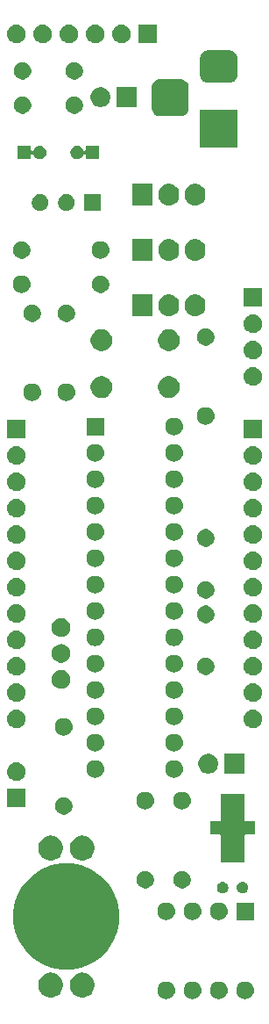
<source format=gts>
G04 #@! TF.GenerationSoftware,KiCad,Pcbnew,5.0.2-bee76a0~70~ubuntu16.04.1*
G04 #@! TF.CreationDate,2019-06-04T18:12:27-07:00*
G04 #@! TF.ProjectId,sunrise-board,73756e72-6973-4652-9d62-6f6172642e6b,v1*
G04 #@! TF.SameCoordinates,Original*
G04 #@! TF.FileFunction,Soldermask,Top*
G04 #@! TF.FilePolarity,Negative*
%FSLAX46Y46*%
G04 Gerber Fmt 4.6, Leading zero omitted, Abs format (unit mm)*
G04 Created by KiCad (PCBNEW 5.0.2-bee76a0~70~ubuntu16.04.1) date Tue 04 Jun 2019 06:12:27 PM PDT*
%MOMM*%
%LPD*%
G01*
G04 APERTURE LIST*
%ADD10C,0.101600*%
G04 APERTURE END LIST*
D10*
G36*
X144184787Y-142163510D02*
X144345160Y-142212160D01*
X144345162Y-142212161D01*
X144492966Y-142291163D01*
X144622517Y-142397483D01*
X144728837Y-142527034D01*
X144774027Y-142611580D01*
X144807840Y-142674840D01*
X144856490Y-142835213D01*
X144872916Y-143002000D01*
X144856490Y-143168787D01*
X144807840Y-143329160D01*
X144807839Y-143329162D01*
X144728837Y-143476966D01*
X144622517Y-143606517D01*
X144492966Y-143712837D01*
X144345162Y-143791839D01*
X144345160Y-143791840D01*
X144184787Y-143840490D01*
X144059794Y-143852800D01*
X143976206Y-143852800D01*
X143851213Y-143840490D01*
X143690840Y-143791840D01*
X143690838Y-143791839D01*
X143543034Y-143712837D01*
X143413483Y-143606517D01*
X143307163Y-143476966D01*
X143228161Y-143329162D01*
X143228160Y-143329160D01*
X143179510Y-143168787D01*
X143163084Y-143002000D01*
X143179510Y-142835213D01*
X143228160Y-142674840D01*
X143261973Y-142611580D01*
X143307163Y-142527034D01*
X143413483Y-142397483D01*
X143543034Y-142291163D01*
X143690838Y-142212161D01*
X143690840Y-142212160D01*
X143851213Y-142163510D01*
X143976206Y-142151200D01*
X144059794Y-142151200D01*
X144184787Y-142163510D01*
X144184787Y-142163510D01*
G37*
G36*
X146724787Y-142163510D02*
X146885160Y-142212160D01*
X146885162Y-142212161D01*
X147032966Y-142291163D01*
X147162517Y-142397483D01*
X147268837Y-142527034D01*
X147314027Y-142611580D01*
X147347840Y-142674840D01*
X147396490Y-142835213D01*
X147412916Y-143002000D01*
X147396490Y-143168787D01*
X147347840Y-143329160D01*
X147347839Y-143329162D01*
X147268837Y-143476966D01*
X147162517Y-143606517D01*
X147032966Y-143712837D01*
X146885162Y-143791839D01*
X146885160Y-143791840D01*
X146724787Y-143840490D01*
X146599794Y-143852800D01*
X146516206Y-143852800D01*
X146391213Y-143840490D01*
X146230840Y-143791840D01*
X146230838Y-143791839D01*
X146083034Y-143712837D01*
X145953483Y-143606517D01*
X145847163Y-143476966D01*
X145768161Y-143329162D01*
X145768160Y-143329160D01*
X145719510Y-143168787D01*
X145703084Y-143002000D01*
X145719510Y-142835213D01*
X145768160Y-142674840D01*
X145801973Y-142611580D01*
X145847163Y-142527034D01*
X145953483Y-142397483D01*
X146083034Y-142291163D01*
X146230838Y-142212161D01*
X146230840Y-142212160D01*
X146391213Y-142163510D01*
X146516206Y-142151200D01*
X146599794Y-142151200D01*
X146724787Y-142163510D01*
X146724787Y-142163510D01*
G37*
G36*
X149264787Y-142163510D02*
X149425160Y-142212160D01*
X149425162Y-142212161D01*
X149572966Y-142291163D01*
X149702517Y-142397483D01*
X149808837Y-142527034D01*
X149854027Y-142611580D01*
X149887840Y-142674840D01*
X149936490Y-142835213D01*
X149952916Y-143002000D01*
X149936490Y-143168787D01*
X149887840Y-143329160D01*
X149887839Y-143329162D01*
X149808837Y-143476966D01*
X149702517Y-143606517D01*
X149572966Y-143712837D01*
X149425162Y-143791839D01*
X149425160Y-143791840D01*
X149264787Y-143840490D01*
X149139794Y-143852800D01*
X149056206Y-143852800D01*
X148931213Y-143840490D01*
X148770840Y-143791840D01*
X148770838Y-143791839D01*
X148623034Y-143712837D01*
X148493483Y-143606517D01*
X148387163Y-143476966D01*
X148308161Y-143329162D01*
X148308160Y-143329160D01*
X148259510Y-143168787D01*
X148243084Y-143002000D01*
X148259510Y-142835213D01*
X148308160Y-142674840D01*
X148341973Y-142611580D01*
X148387163Y-142527034D01*
X148493483Y-142397483D01*
X148623034Y-142291163D01*
X148770838Y-142212161D01*
X148770840Y-142212160D01*
X148931213Y-142163510D01*
X149056206Y-142151200D01*
X149139794Y-142151200D01*
X149264787Y-142163510D01*
X149264787Y-142163510D01*
G37*
G36*
X141644787Y-142163510D02*
X141805160Y-142212160D01*
X141805162Y-142212161D01*
X141952966Y-142291163D01*
X142082517Y-142397483D01*
X142188837Y-142527034D01*
X142234027Y-142611580D01*
X142267840Y-142674840D01*
X142316490Y-142835213D01*
X142332916Y-143002000D01*
X142316490Y-143168787D01*
X142267840Y-143329160D01*
X142267839Y-143329162D01*
X142188837Y-143476966D01*
X142082517Y-143606517D01*
X141952966Y-143712837D01*
X141805162Y-143791839D01*
X141805160Y-143791840D01*
X141644787Y-143840490D01*
X141519794Y-143852800D01*
X141436206Y-143852800D01*
X141311213Y-143840490D01*
X141150840Y-143791840D01*
X141150838Y-143791839D01*
X141003034Y-143712837D01*
X140873483Y-143606517D01*
X140767163Y-143476966D01*
X140688161Y-143329162D01*
X140688160Y-143329160D01*
X140639510Y-143168787D01*
X140623084Y-143002000D01*
X140639510Y-142835213D01*
X140688160Y-142674840D01*
X140721973Y-142611580D01*
X140767163Y-142527034D01*
X140873483Y-142397483D01*
X141003034Y-142291163D01*
X141150838Y-142212161D01*
X141150840Y-142212160D01*
X141311213Y-142163510D01*
X141436206Y-142151200D01*
X141519794Y-142151200D01*
X141644787Y-142163510D01*
X141644787Y-142163510D01*
G37*
G36*
X133525239Y-141311669D02*
X133698219Y-141346077D01*
X133915476Y-141436068D01*
X133915477Y-141436069D01*
X134111006Y-141566717D01*
X134277283Y-141732994D01*
X134277285Y-141732997D01*
X134407932Y-141928524D01*
X134497923Y-142145781D01*
X134543800Y-142376421D01*
X134543800Y-142611579D01*
X134497923Y-142842219D01*
X134407932Y-143059476D01*
X134407931Y-143059477D01*
X134277283Y-143255006D01*
X134111006Y-143421283D01*
X134111003Y-143421285D01*
X133915476Y-143551932D01*
X133698219Y-143641923D01*
X133525239Y-143676331D01*
X133467580Y-143687800D01*
X133232420Y-143687800D01*
X133174761Y-143676331D01*
X133001781Y-143641923D01*
X132784524Y-143551932D01*
X132588997Y-143421285D01*
X132588994Y-143421283D01*
X132422717Y-143255006D01*
X132292069Y-143059477D01*
X132292068Y-143059476D01*
X132202077Y-142842219D01*
X132156200Y-142611579D01*
X132156200Y-142376421D01*
X132202077Y-142145781D01*
X132292068Y-141928524D01*
X132422715Y-141732997D01*
X132422717Y-141732994D01*
X132588994Y-141566717D01*
X132784523Y-141436069D01*
X132784524Y-141436068D01*
X133001781Y-141346077D01*
X133174761Y-141311669D01*
X133232420Y-141300200D01*
X133467580Y-141300200D01*
X133525239Y-141311669D01*
X133525239Y-141311669D01*
G37*
G36*
X130477239Y-141311669D02*
X130650219Y-141346077D01*
X130867476Y-141436068D01*
X130867477Y-141436069D01*
X131063006Y-141566717D01*
X131229283Y-141732994D01*
X131229285Y-141732997D01*
X131359932Y-141928524D01*
X131449923Y-142145781D01*
X131495800Y-142376421D01*
X131495800Y-142611579D01*
X131449923Y-142842219D01*
X131359932Y-143059476D01*
X131359931Y-143059477D01*
X131229283Y-143255006D01*
X131063006Y-143421283D01*
X131063003Y-143421285D01*
X130867476Y-143551932D01*
X130650219Y-143641923D01*
X130477239Y-143676331D01*
X130419580Y-143687800D01*
X130184420Y-143687800D01*
X130126761Y-143676331D01*
X129953781Y-143641923D01*
X129736524Y-143551932D01*
X129540997Y-143421285D01*
X129540994Y-143421283D01*
X129374717Y-143255006D01*
X129244069Y-143059477D01*
X129244068Y-143059476D01*
X129154077Y-142842219D01*
X129108200Y-142611579D01*
X129108200Y-142376421D01*
X129154077Y-142145781D01*
X129244068Y-141928524D01*
X129374715Y-141732997D01*
X129374717Y-141732994D01*
X129540994Y-141566717D01*
X129736523Y-141436069D01*
X129736524Y-141436068D01*
X129953781Y-141346077D01*
X130126761Y-141311669D01*
X130184420Y-141300200D01*
X130419580Y-141300200D01*
X130477239Y-141311669D01*
X130477239Y-141311669D01*
G37*
G36*
X133322598Y-130956373D02*
X134256344Y-131343143D01*
X134256345Y-131343144D01*
X135096695Y-131904647D01*
X135811353Y-132619305D01*
X136167357Y-133152104D01*
X136372857Y-133459656D01*
X136759627Y-134393402D01*
X136956800Y-135384659D01*
X136956800Y-136395341D01*
X136759627Y-137386598D01*
X136372857Y-138320344D01*
X136372856Y-138320345D01*
X135811353Y-139160695D01*
X135096695Y-139875353D01*
X134536462Y-140249688D01*
X134256344Y-140436857D01*
X133322598Y-140823627D01*
X132331341Y-141020800D01*
X131320659Y-141020800D01*
X130329402Y-140823627D01*
X129395656Y-140436857D01*
X129115538Y-140249688D01*
X128555305Y-139875353D01*
X127840647Y-139160695D01*
X127279144Y-138320345D01*
X127279143Y-138320344D01*
X126892373Y-137386598D01*
X126695200Y-136395341D01*
X126695200Y-135384659D01*
X126892373Y-134393402D01*
X127279143Y-133459656D01*
X127484643Y-133152104D01*
X127840647Y-132619305D01*
X128555305Y-131904647D01*
X129395655Y-131343144D01*
X129395656Y-131343143D01*
X130329402Y-130956373D01*
X131320659Y-130759200D01*
X132331341Y-130759200D01*
X133322598Y-130956373D01*
X133322598Y-130956373D01*
G37*
G36*
X141644787Y-134543510D02*
X141805160Y-134592160D01*
X141805162Y-134592161D01*
X141952966Y-134671163D01*
X142082517Y-134777483D01*
X142188837Y-134907034D01*
X142267839Y-135054838D01*
X142267840Y-135054840D01*
X142316490Y-135215213D01*
X142332916Y-135382000D01*
X142316490Y-135548787D01*
X142267840Y-135709160D01*
X142267839Y-135709162D01*
X142188837Y-135856966D01*
X142082517Y-135986517D01*
X141952966Y-136092837D01*
X141805162Y-136171839D01*
X141805160Y-136171840D01*
X141644787Y-136220490D01*
X141519794Y-136232800D01*
X141436206Y-136232800D01*
X141311213Y-136220490D01*
X141150840Y-136171840D01*
X141150838Y-136171839D01*
X141003034Y-136092837D01*
X140873483Y-135986517D01*
X140767163Y-135856966D01*
X140688161Y-135709162D01*
X140688160Y-135709160D01*
X140639510Y-135548787D01*
X140623084Y-135382000D01*
X140639510Y-135215213D01*
X140688160Y-135054840D01*
X140688161Y-135054838D01*
X140767163Y-134907034D01*
X140873483Y-134777483D01*
X141003034Y-134671163D01*
X141150838Y-134592161D01*
X141150840Y-134592160D01*
X141311213Y-134543510D01*
X141436206Y-134531200D01*
X141519794Y-134531200D01*
X141644787Y-134543510D01*
X141644787Y-134543510D01*
G37*
G36*
X149948800Y-136232800D02*
X148247200Y-136232800D01*
X148247200Y-134531200D01*
X149948800Y-134531200D01*
X149948800Y-136232800D01*
X149948800Y-136232800D01*
G37*
G36*
X144184787Y-134543510D02*
X144345160Y-134592160D01*
X144345162Y-134592161D01*
X144492966Y-134671163D01*
X144622517Y-134777483D01*
X144728837Y-134907034D01*
X144807839Y-135054838D01*
X144807840Y-135054840D01*
X144856490Y-135215213D01*
X144872916Y-135382000D01*
X144856490Y-135548787D01*
X144807840Y-135709160D01*
X144807839Y-135709162D01*
X144728837Y-135856966D01*
X144622517Y-135986517D01*
X144492966Y-136092837D01*
X144345162Y-136171839D01*
X144345160Y-136171840D01*
X144184787Y-136220490D01*
X144059794Y-136232800D01*
X143976206Y-136232800D01*
X143851213Y-136220490D01*
X143690840Y-136171840D01*
X143690838Y-136171839D01*
X143543034Y-136092837D01*
X143413483Y-135986517D01*
X143307163Y-135856966D01*
X143228161Y-135709162D01*
X143228160Y-135709160D01*
X143179510Y-135548787D01*
X143163084Y-135382000D01*
X143179510Y-135215213D01*
X143228160Y-135054840D01*
X143228161Y-135054838D01*
X143307163Y-134907034D01*
X143413483Y-134777483D01*
X143543034Y-134671163D01*
X143690838Y-134592161D01*
X143690840Y-134592160D01*
X143851213Y-134543510D01*
X143976206Y-134531200D01*
X144059794Y-134531200D01*
X144184787Y-134543510D01*
X144184787Y-134543510D01*
G37*
G36*
X146724787Y-134543510D02*
X146885160Y-134592160D01*
X146885162Y-134592161D01*
X147032966Y-134671163D01*
X147162517Y-134777483D01*
X147268837Y-134907034D01*
X147347839Y-135054838D01*
X147347840Y-135054840D01*
X147396490Y-135215213D01*
X147412916Y-135382000D01*
X147396490Y-135548787D01*
X147347840Y-135709160D01*
X147347839Y-135709162D01*
X147268837Y-135856966D01*
X147162517Y-135986517D01*
X147032966Y-136092837D01*
X146885162Y-136171839D01*
X146885160Y-136171840D01*
X146724787Y-136220490D01*
X146599794Y-136232800D01*
X146516206Y-136232800D01*
X146391213Y-136220490D01*
X146230840Y-136171840D01*
X146230838Y-136171839D01*
X146083034Y-136092837D01*
X145953483Y-135986517D01*
X145847163Y-135856966D01*
X145768161Y-135709162D01*
X145768160Y-135709160D01*
X145719510Y-135548787D01*
X145703084Y-135382000D01*
X145719510Y-135215213D01*
X145768160Y-135054840D01*
X145768161Y-135054838D01*
X145847163Y-134907034D01*
X145953483Y-134777483D01*
X146083034Y-134671163D01*
X146230838Y-134592161D01*
X146230840Y-134592160D01*
X146391213Y-134543510D01*
X146516206Y-134531200D01*
X146599794Y-134531200D01*
X146724787Y-134543510D01*
X146724787Y-134543510D01*
G37*
G36*
X147033720Y-132552256D02*
X147104662Y-132566367D01*
X147204902Y-132607887D01*
X147294706Y-132667893D01*
X147295117Y-132668168D01*
X147371832Y-132744883D01*
X147371834Y-132744886D01*
X147432113Y-132835098D01*
X147473633Y-132935338D01*
X147494800Y-133041751D01*
X147494800Y-133150249D01*
X147473633Y-133256662D01*
X147432113Y-133356902D01*
X147372107Y-133446706D01*
X147371832Y-133447117D01*
X147295117Y-133523832D01*
X147295114Y-133523834D01*
X147204902Y-133584113D01*
X147104662Y-133625633D01*
X147033720Y-133639744D01*
X146998250Y-133646800D01*
X146889750Y-133646800D01*
X146854280Y-133639744D01*
X146783338Y-133625633D01*
X146683098Y-133584113D01*
X146592886Y-133523834D01*
X146592883Y-133523832D01*
X146516168Y-133447117D01*
X146515893Y-133446706D01*
X146455887Y-133356902D01*
X146414367Y-133256662D01*
X146393200Y-133150249D01*
X146393200Y-133041751D01*
X146414367Y-132935338D01*
X146455887Y-132835098D01*
X146516166Y-132744886D01*
X146516168Y-132744883D01*
X146592883Y-132668168D01*
X146593294Y-132667893D01*
X146683098Y-132607887D01*
X146783338Y-132566367D01*
X146854280Y-132552256D01*
X146889750Y-132545200D01*
X146998250Y-132545200D01*
X147033720Y-132552256D01*
X147033720Y-132552256D01*
G37*
G36*
X148933720Y-132552256D02*
X149004662Y-132566367D01*
X149104902Y-132607887D01*
X149194706Y-132667893D01*
X149195117Y-132668168D01*
X149271832Y-132744883D01*
X149271834Y-132744886D01*
X149332113Y-132835098D01*
X149373633Y-132935338D01*
X149394800Y-133041751D01*
X149394800Y-133150249D01*
X149373633Y-133256662D01*
X149332113Y-133356902D01*
X149272107Y-133446706D01*
X149271832Y-133447117D01*
X149195117Y-133523832D01*
X149195114Y-133523834D01*
X149104902Y-133584113D01*
X149004662Y-133625633D01*
X148933720Y-133639744D01*
X148898250Y-133646800D01*
X148789750Y-133646800D01*
X148754280Y-133639744D01*
X148683338Y-133625633D01*
X148583098Y-133584113D01*
X148492886Y-133523834D01*
X148492883Y-133523832D01*
X148416168Y-133447117D01*
X148415893Y-133446706D01*
X148355887Y-133356902D01*
X148314367Y-133256662D01*
X148293200Y-133150249D01*
X148293200Y-133041751D01*
X148314367Y-132935338D01*
X148355887Y-132835098D01*
X148416166Y-132744886D01*
X148416168Y-132744883D01*
X148492883Y-132668168D01*
X148493294Y-132667893D01*
X148583098Y-132607887D01*
X148683338Y-132566367D01*
X148754280Y-132552256D01*
X148789750Y-132545200D01*
X148898250Y-132545200D01*
X148933720Y-132552256D01*
X148933720Y-132552256D01*
G37*
G36*
X143250169Y-131515895D02*
X143405005Y-131580031D01*
X143544354Y-131673140D01*
X143662860Y-131791646D01*
X143755969Y-131930995D01*
X143820105Y-132085831D01*
X143852800Y-132250203D01*
X143852800Y-132417797D01*
X143820105Y-132582169D01*
X143755969Y-132737005D01*
X143662860Y-132876354D01*
X143544354Y-132994860D01*
X143405005Y-133087969D01*
X143250169Y-133152105D01*
X143085797Y-133184800D01*
X142918203Y-133184800D01*
X142753831Y-133152105D01*
X142598995Y-133087969D01*
X142459646Y-132994860D01*
X142341140Y-132876354D01*
X142248031Y-132737005D01*
X142183895Y-132582169D01*
X142151200Y-132417797D01*
X142151200Y-132250203D01*
X142183895Y-132085831D01*
X142248031Y-131930995D01*
X142341140Y-131791646D01*
X142459646Y-131673140D01*
X142598995Y-131580031D01*
X142753831Y-131515895D01*
X142918203Y-131483200D01*
X143085797Y-131483200D01*
X143250169Y-131515895D01*
X143250169Y-131515895D01*
G37*
G36*
X139694169Y-131515895D02*
X139849005Y-131580031D01*
X139988354Y-131673140D01*
X140106860Y-131791646D01*
X140199969Y-131930995D01*
X140264105Y-132085831D01*
X140296800Y-132250203D01*
X140296800Y-132417797D01*
X140264105Y-132582169D01*
X140199969Y-132737005D01*
X140106860Y-132876354D01*
X139988354Y-132994860D01*
X139849005Y-133087969D01*
X139694169Y-133152105D01*
X139529797Y-133184800D01*
X139362203Y-133184800D01*
X139197831Y-133152105D01*
X139042995Y-133087969D01*
X138903646Y-132994860D01*
X138785140Y-132876354D01*
X138692031Y-132737005D01*
X138627895Y-132582169D01*
X138595200Y-132417797D01*
X138595200Y-132250203D01*
X138627895Y-132085831D01*
X138692031Y-131930995D01*
X138785140Y-131791646D01*
X138903646Y-131673140D01*
X139042995Y-131580031D01*
X139197831Y-131515895D01*
X139362203Y-131483200D01*
X139529797Y-131483200D01*
X139694169Y-131515895D01*
X139694169Y-131515895D01*
G37*
G36*
X149044800Y-126570200D02*
X149047202Y-126594586D01*
X149054315Y-126618035D01*
X149065866Y-126639646D01*
X149081412Y-126658588D01*
X149100354Y-126674134D01*
X149121965Y-126685685D01*
X149145414Y-126692798D01*
X149169800Y-126695200D01*
X150044800Y-126695200D01*
X150044800Y-127996800D01*
X149169800Y-127996800D01*
X149145414Y-127999202D01*
X149121965Y-128006315D01*
X149100354Y-128017866D01*
X149081412Y-128033412D01*
X149065866Y-128052354D01*
X149054315Y-128073965D01*
X149047202Y-128097414D01*
X149044800Y-128121800D01*
X149044800Y-130646800D01*
X146743200Y-130646800D01*
X146743200Y-128121800D01*
X146740798Y-128097414D01*
X146733685Y-128073965D01*
X146722134Y-128052354D01*
X146706588Y-128033412D01*
X146687646Y-128017866D01*
X146666035Y-128006315D01*
X146642586Y-127999202D01*
X146618200Y-127996800D01*
X145743200Y-127996800D01*
X145743200Y-126695200D01*
X146618200Y-126695200D01*
X146642586Y-126692798D01*
X146666035Y-126685685D01*
X146687646Y-126674134D01*
X146706588Y-126658588D01*
X146722134Y-126639646D01*
X146733685Y-126618035D01*
X146740798Y-126594586D01*
X146743200Y-126570200D01*
X146743200Y-124045200D01*
X149044800Y-124045200D01*
X149044800Y-126570200D01*
X149044800Y-126570200D01*
G37*
G36*
X133493792Y-128097414D02*
X133698219Y-128138077D01*
X133915476Y-128228068D01*
X133915477Y-128228069D01*
X134111006Y-128358717D01*
X134277283Y-128524994D01*
X134277285Y-128524997D01*
X134407932Y-128720524D01*
X134497923Y-128937781D01*
X134543800Y-129168421D01*
X134543800Y-129403579D01*
X134497923Y-129634219D01*
X134407932Y-129851476D01*
X134407931Y-129851477D01*
X134277283Y-130047006D01*
X134111006Y-130213283D01*
X134111003Y-130213285D01*
X133915476Y-130343932D01*
X133698219Y-130433923D01*
X133525239Y-130468331D01*
X133467580Y-130479800D01*
X133232420Y-130479800D01*
X133174761Y-130468331D01*
X133001781Y-130433923D01*
X132784524Y-130343932D01*
X132588997Y-130213285D01*
X132588994Y-130213283D01*
X132422717Y-130047006D01*
X132292069Y-129851477D01*
X132292068Y-129851476D01*
X132202077Y-129634219D01*
X132156200Y-129403579D01*
X132156200Y-129168421D01*
X132202077Y-128937781D01*
X132292068Y-128720524D01*
X132422715Y-128524997D01*
X132422717Y-128524994D01*
X132588994Y-128358717D01*
X132784523Y-128228069D01*
X132784524Y-128228068D01*
X133001781Y-128138077D01*
X133206208Y-128097414D01*
X133232420Y-128092200D01*
X133467580Y-128092200D01*
X133493792Y-128097414D01*
X133493792Y-128097414D01*
G37*
G36*
X130445792Y-128097414D02*
X130650219Y-128138077D01*
X130867476Y-128228068D01*
X130867477Y-128228069D01*
X131063006Y-128358717D01*
X131229283Y-128524994D01*
X131229285Y-128524997D01*
X131359932Y-128720524D01*
X131449923Y-128937781D01*
X131495800Y-129168421D01*
X131495800Y-129403579D01*
X131449923Y-129634219D01*
X131359932Y-129851476D01*
X131359931Y-129851477D01*
X131229283Y-130047006D01*
X131063006Y-130213283D01*
X131063003Y-130213285D01*
X130867476Y-130343932D01*
X130650219Y-130433923D01*
X130477239Y-130468331D01*
X130419580Y-130479800D01*
X130184420Y-130479800D01*
X130126761Y-130468331D01*
X129953781Y-130433923D01*
X129736524Y-130343932D01*
X129540997Y-130213285D01*
X129540994Y-130213283D01*
X129374717Y-130047006D01*
X129244069Y-129851477D01*
X129244068Y-129851476D01*
X129154077Y-129634219D01*
X129108200Y-129403579D01*
X129108200Y-129168421D01*
X129154077Y-128937781D01*
X129244068Y-128720524D01*
X129374715Y-128524997D01*
X129374717Y-128524994D01*
X129540994Y-128358717D01*
X129736523Y-128228069D01*
X129736524Y-128228068D01*
X129953781Y-128138077D01*
X130158208Y-128097414D01*
X130184420Y-128092200D01*
X130419580Y-128092200D01*
X130445792Y-128097414D01*
X130445792Y-128097414D01*
G37*
G36*
X131820169Y-124403895D02*
X131975005Y-124468031D01*
X132114354Y-124561140D01*
X132232860Y-124679646D01*
X132325969Y-124818995D01*
X132390105Y-124973831D01*
X132422800Y-125138203D01*
X132422800Y-125305797D01*
X132390105Y-125470169D01*
X132325969Y-125625005D01*
X132232860Y-125764354D01*
X132114354Y-125882860D01*
X131975005Y-125975969D01*
X131820169Y-126040105D01*
X131655797Y-126072800D01*
X131488203Y-126072800D01*
X131323831Y-126040105D01*
X131168995Y-125975969D01*
X131029646Y-125882860D01*
X130911140Y-125764354D01*
X130818031Y-125625005D01*
X130753895Y-125470169D01*
X130721200Y-125305797D01*
X130721200Y-125138203D01*
X130753895Y-124973831D01*
X130818031Y-124818995D01*
X130911140Y-124679646D01*
X131029646Y-124561140D01*
X131168995Y-124468031D01*
X131323831Y-124403895D01*
X131488203Y-124371200D01*
X131655797Y-124371200D01*
X131820169Y-124403895D01*
X131820169Y-124403895D01*
G37*
G36*
X139612787Y-123875510D02*
X139773160Y-123924160D01*
X139773162Y-123924161D01*
X139920966Y-124003163D01*
X140050517Y-124109483D01*
X140156837Y-124239034D01*
X140227480Y-124371200D01*
X140235840Y-124386840D01*
X140284490Y-124547213D01*
X140300916Y-124714000D01*
X140284490Y-124880787D01*
X140235840Y-125041160D01*
X140235839Y-125041162D01*
X140156837Y-125188966D01*
X140050517Y-125318517D01*
X139920966Y-125424837D01*
X139773162Y-125503839D01*
X139773160Y-125503840D01*
X139612787Y-125552490D01*
X139487794Y-125564800D01*
X139404206Y-125564800D01*
X139279213Y-125552490D01*
X139118840Y-125503840D01*
X139118838Y-125503839D01*
X138971034Y-125424837D01*
X138841483Y-125318517D01*
X138735163Y-125188966D01*
X138656161Y-125041162D01*
X138656160Y-125041160D01*
X138607510Y-124880787D01*
X138591084Y-124714000D01*
X138607510Y-124547213D01*
X138656160Y-124386840D01*
X138664520Y-124371200D01*
X138735163Y-124239034D01*
X138841483Y-124109483D01*
X138971034Y-124003163D01*
X139118838Y-123924161D01*
X139118840Y-123924160D01*
X139279213Y-123875510D01*
X139404206Y-123863200D01*
X139487794Y-123863200D01*
X139612787Y-123875510D01*
X139612787Y-123875510D01*
G37*
G36*
X143168787Y-123875510D02*
X143329160Y-123924160D01*
X143329162Y-123924161D01*
X143476966Y-124003163D01*
X143606517Y-124109483D01*
X143712837Y-124239034D01*
X143783480Y-124371200D01*
X143791840Y-124386840D01*
X143840490Y-124547213D01*
X143856916Y-124714000D01*
X143840490Y-124880787D01*
X143791840Y-125041160D01*
X143791839Y-125041162D01*
X143712837Y-125188966D01*
X143606517Y-125318517D01*
X143476966Y-125424837D01*
X143329162Y-125503839D01*
X143329160Y-125503840D01*
X143168787Y-125552490D01*
X143043794Y-125564800D01*
X142960206Y-125564800D01*
X142835213Y-125552490D01*
X142674840Y-125503840D01*
X142674838Y-125503839D01*
X142527034Y-125424837D01*
X142397483Y-125318517D01*
X142291163Y-125188966D01*
X142212161Y-125041162D01*
X142212160Y-125041160D01*
X142163510Y-124880787D01*
X142147084Y-124714000D01*
X142163510Y-124547213D01*
X142212160Y-124386840D01*
X142220520Y-124371200D01*
X142291163Y-124239034D01*
X142397483Y-124109483D01*
X142527034Y-124003163D01*
X142674838Y-123924161D01*
X142674840Y-123924160D01*
X142835213Y-123875510D01*
X142960206Y-123863200D01*
X143043794Y-123863200D01*
X143168787Y-123875510D01*
X143168787Y-123875510D01*
G37*
G36*
X127900800Y-125360800D02*
X126099200Y-125360800D01*
X126099200Y-123559200D01*
X127900800Y-123559200D01*
X127900800Y-125360800D01*
X127900800Y-125360800D01*
G37*
G36*
X127088362Y-121023545D02*
X127176588Y-121032234D01*
X127282476Y-121064355D01*
X127346390Y-121083743D01*
X127484980Y-121157822D01*
X127502879Y-121167389D01*
X127531688Y-121191032D01*
X127640044Y-121279956D01*
X127723288Y-121381391D01*
X127752611Y-121417121D01*
X127752612Y-121417123D01*
X127836257Y-121573610D01*
X127846802Y-121608373D01*
X127887766Y-121743412D01*
X127905158Y-121920000D01*
X127887766Y-122096588D01*
X127884061Y-122108800D01*
X127836257Y-122266390D01*
X127834051Y-122270517D01*
X127752611Y-122422879D01*
X127723288Y-122458609D01*
X127640044Y-122560044D01*
X127538609Y-122643288D01*
X127502879Y-122672611D01*
X127502877Y-122672612D01*
X127346390Y-122756257D01*
X127289789Y-122773427D01*
X127176588Y-122807766D01*
X127088362Y-122816455D01*
X127044250Y-122820800D01*
X126955750Y-122820800D01*
X126911638Y-122816455D01*
X126823412Y-122807766D01*
X126710211Y-122773427D01*
X126653610Y-122756257D01*
X126497123Y-122672612D01*
X126497121Y-122672611D01*
X126461391Y-122643288D01*
X126359956Y-122560044D01*
X126276712Y-122458609D01*
X126247389Y-122422879D01*
X126165949Y-122270517D01*
X126163743Y-122266390D01*
X126115939Y-122108800D01*
X126112234Y-122096588D01*
X126094842Y-121920000D01*
X126112234Y-121743412D01*
X126153198Y-121608373D01*
X126163743Y-121573610D01*
X126247388Y-121417123D01*
X126247389Y-121417121D01*
X126276712Y-121381391D01*
X126359956Y-121279956D01*
X126468312Y-121191032D01*
X126497121Y-121167389D01*
X126515020Y-121157822D01*
X126653610Y-121083743D01*
X126717524Y-121064355D01*
X126823412Y-121032234D01*
X126911638Y-121023545D01*
X126955750Y-121019200D01*
X127044250Y-121019200D01*
X127088362Y-121023545D01*
X127088362Y-121023545D01*
G37*
G36*
X134786787Y-120827510D02*
X134947160Y-120876160D01*
X134947162Y-120876161D01*
X135094966Y-120955163D01*
X135224517Y-121061483D01*
X135330837Y-121191034D01*
X135409839Y-121338838D01*
X135409840Y-121338840D01*
X135458490Y-121499213D01*
X135474916Y-121666000D01*
X135458490Y-121832787D01*
X135432033Y-121920000D01*
X135409839Y-121993162D01*
X135330837Y-122140966D01*
X135224517Y-122270517D01*
X135094966Y-122376837D01*
X134947162Y-122455839D01*
X134947160Y-122455840D01*
X134786787Y-122504490D01*
X134661794Y-122516800D01*
X134578206Y-122516800D01*
X134453213Y-122504490D01*
X134292840Y-122455840D01*
X134292838Y-122455839D01*
X134145034Y-122376837D01*
X134015483Y-122270517D01*
X133909163Y-122140966D01*
X133830161Y-121993162D01*
X133807967Y-121920000D01*
X133781510Y-121832787D01*
X133765084Y-121666000D01*
X133781510Y-121499213D01*
X133830160Y-121338840D01*
X133830161Y-121338838D01*
X133909163Y-121191034D01*
X134015483Y-121061483D01*
X134145034Y-120955163D01*
X134292838Y-120876161D01*
X134292840Y-120876160D01*
X134453213Y-120827510D01*
X134578206Y-120815200D01*
X134661794Y-120815200D01*
X134786787Y-120827510D01*
X134786787Y-120827510D01*
G37*
G36*
X142406787Y-120827510D02*
X142567160Y-120876160D01*
X142567162Y-120876161D01*
X142714966Y-120955163D01*
X142844517Y-121061483D01*
X142950837Y-121191034D01*
X143029839Y-121338838D01*
X143029840Y-121338840D01*
X143078490Y-121499213D01*
X143094916Y-121666000D01*
X143078490Y-121832787D01*
X143052033Y-121920000D01*
X143029839Y-121993162D01*
X142950837Y-122140966D01*
X142844517Y-122270517D01*
X142714966Y-122376837D01*
X142567162Y-122455839D01*
X142567160Y-122455840D01*
X142406787Y-122504490D01*
X142281794Y-122516800D01*
X142198206Y-122516800D01*
X142073213Y-122504490D01*
X141912840Y-122455840D01*
X141912838Y-122455839D01*
X141765034Y-122376837D01*
X141635483Y-122270517D01*
X141529163Y-122140966D01*
X141450161Y-121993162D01*
X141427967Y-121920000D01*
X141401510Y-121832787D01*
X141385084Y-121666000D01*
X141401510Y-121499213D01*
X141450160Y-121338840D01*
X141450161Y-121338838D01*
X141529163Y-121191034D01*
X141635483Y-121061483D01*
X141765034Y-120955163D01*
X141912838Y-120876161D01*
X141912840Y-120876160D01*
X142073213Y-120827510D01*
X142198206Y-120815200D01*
X142281794Y-120815200D01*
X142406787Y-120827510D01*
X142406787Y-120827510D01*
G37*
G36*
X145819338Y-120243738D02*
X145992373Y-120315412D01*
X146148100Y-120419465D01*
X146280535Y-120551900D01*
X146384588Y-120707627D01*
X146456262Y-120880662D01*
X146492800Y-121064354D01*
X146492800Y-121251646D01*
X146456262Y-121435338D01*
X146384588Y-121608373D01*
X146280535Y-121764100D01*
X146148100Y-121896535D01*
X145992373Y-122000588D01*
X145819338Y-122072262D01*
X145635646Y-122108800D01*
X145448354Y-122108800D01*
X145264662Y-122072262D01*
X145091627Y-122000588D01*
X144935900Y-121896535D01*
X144803465Y-121764100D01*
X144699412Y-121608373D01*
X144627738Y-121435338D01*
X144591200Y-121251646D01*
X144591200Y-121064354D01*
X144627738Y-120880662D01*
X144699412Y-120707627D01*
X144803465Y-120551900D01*
X144935900Y-120419465D01*
X145091627Y-120315412D01*
X145264662Y-120243738D01*
X145448354Y-120207200D01*
X145635646Y-120207200D01*
X145819338Y-120243738D01*
X145819338Y-120243738D01*
G37*
G36*
X149032800Y-122108800D02*
X147131200Y-122108800D01*
X147131200Y-120207200D01*
X149032800Y-120207200D01*
X149032800Y-122108800D01*
X149032800Y-122108800D01*
G37*
G36*
X134786787Y-118287510D02*
X134947160Y-118336160D01*
X134947162Y-118336161D01*
X135094966Y-118415163D01*
X135224517Y-118521483D01*
X135330837Y-118651034D01*
X135409839Y-118798838D01*
X135409840Y-118798840D01*
X135458490Y-118959213D01*
X135474916Y-119126000D01*
X135458490Y-119292787D01*
X135409840Y-119453160D01*
X135409839Y-119453162D01*
X135330837Y-119600966D01*
X135224517Y-119730517D01*
X135094966Y-119836837D01*
X134947162Y-119915839D01*
X134947160Y-119915840D01*
X134786787Y-119964490D01*
X134661794Y-119976800D01*
X134578206Y-119976800D01*
X134453213Y-119964490D01*
X134292840Y-119915840D01*
X134292838Y-119915839D01*
X134145034Y-119836837D01*
X134015483Y-119730517D01*
X133909163Y-119600966D01*
X133830161Y-119453162D01*
X133830160Y-119453160D01*
X133781510Y-119292787D01*
X133765084Y-119126000D01*
X133781510Y-118959213D01*
X133830160Y-118798840D01*
X133830161Y-118798838D01*
X133909163Y-118651034D01*
X134015483Y-118521483D01*
X134145034Y-118415163D01*
X134292838Y-118336161D01*
X134292840Y-118336160D01*
X134453213Y-118287510D01*
X134578206Y-118275200D01*
X134661794Y-118275200D01*
X134786787Y-118287510D01*
X134786787Y-118287510D01*
G37*
G36*
X142406787Y-118287510D02*
X142567160Y-118336160D01*
X142567162Y-118336161D01*
X142714966Y-118415163D01*
X142844517Y-118521483D01*
X142950837Y-118651034D01*
X143029839Y-118798838D01*
X143029840Y-118798840D01*
X143078490Y-118959213D01*
X143094916Y-119126000D01*
X143078490Y-119292787D01*
X143029840Y-119453160D01*
X143029839Y-119453162D01*
X142950837Y-119600966D01*
X142844517Y-119730517D01*
X142714966Y-119836837D01*
X142567162Y-119915839D01*
X142567160Y-119915840D01*
X142406787Y-119964490D01*
X142281794Y-119976800D01*
X142198206Y-119976800D01*
X142073213Y-119964490D01*
X141912840Y-119915840D01*
X141912838Y-119915839D01*
X141765034Y-119836837D01*
X141635483Y-119730517D01*
X141529163Y-119600966D01*
X141450161Y-119453162D01*
X141450160Y-119453160D01*
X141401510Y-119292787D01*
X141385084Y-119126000D01*
X141401510Y-118959213D01*
X141450160Y-118798840D01*
X141450161Y-118798838D01*
X141529163Y-118651034D01*
X141635483Y-118521483D01*
X141765034Y-118415163D01*
X141912838Y-118336161D01*
X141912840Y-118336160D01*
X142073213Y-118287510D01*
X142198206Y-118275200D01*
X142281794Y-118275200D01*
X142406787Y-118287510D01*
X142406787Y-118287510D01*
G37*
G36*
X131738787Y-116763510D02*
X131899160Y-116812160D01*
X131899162Y-116812161D01*
X132046966Y-116891163D01*
X132176517Y-116997483D01*
X132282837Y-117127034D01*
X132361839Y-117274838D01*
X132361840Y-117274840D01*
X132410490Y-117435213D01*
X132426916Y-117602000D01*
X132410490Y-117768787D01*
X132361840Y-117929160D01*
X132361839Y-117929162D01*
X132282837Y-118076966D01*
X132176517Y-118206517D01*
X132046966Y-118312837D01*
X131899162Y-118391839D01*
X131899160Y-118391840D01*
X131738787Y-118440490D01*
X131613794Y-118452800D01*
X131530206Y-118452800D01*
X131405213Y-118440490D01*
X131244840Y-118391840D01*
X131244838Y-118391839D01*
X131097034Y-118312837D01*
X130967483Y-118206517D01*
X130861163Y-118076966D01*
X130782161Y-117929162D01*
X130782160Y-117929160D01*
X130733510Y-117768787D01*
X130717084Y-117602000D01*
X130733510Y-117435213D01*
X130782160Y-117274840D01*
X130782161Y-117274838D01*
X130861163Y-117127034D01*
X130967483Y-116997483D01*
X131097034Y-116891163D01*
X131244838Y-116812161D01*
X131244840Y-116812160D01*
X131405213Y-116763510D01*
X131530206Y-116751200D01*
X131613794Y-116751200D01*
X131738787Y-116763510D01*
X131738787Y-116763510D01*
G37*
G36*
X127088362Y-115943545D02*
X127176588Y-115952234D01*
X127273008Y-115981483D01*
X127346390Y-116003743D01*
X127484980Y-116077822D01*
X127502879Y-116087389D01*
X127531688Y-116111032D01*
X127640044Y-116199956D01*
X127723288Y-116301391D01*
X127752611Y-116337121D01*
X127752612Y-116337123D01*
X127836257Y-116493610D01*
X127836257Y-116493611D01*
X127887766Y-116663412D01*
X127905158Y-116840000D01*
X127887766Y-117016588D01*
X127874304Y-117060966D01*
X127836257Y-117186390D01*
X127834051Y-117190517D01*
X127752611Y-117342879D01*
X127723288Y-117378609D01*
X127640044Y-117480044D01*
X127538609Y-117563288D01*
X127502879Y-117592611D01*
X127502877Y-117592612D01*
X127346390Y-117676257D01*
X127289789Y-117693427D01*
X127176588Y-117727766D01*
X127088362Y-117736455D01*
X127044250Y-117740800D01*
X126955750Y-117740800D01*
X126911638Y-117736455D01*
X126823412Y-117727766D01*
X126710211Y-117693427D01*
X126653610Y-117676257D01*
X126497123Y-117592612D01*
X126497121Y-117592611D01*
X126461391Y-117563288D01*
X126359956Y-117480044D01*
X126276712Y-117378609D01*
X126247389Y-117342879D01*
X126165949Y-117190517D01*
X126163743Y-117186390D01*
X126125696Y-117060966D01*
X126112234Y-117016588D01*
X126094842Y-116840000D01*
X126112234Y-116663412D01*
X126163743Y-116493611D01*
X126163743Y-116493610D01*
X126247388Y-116337123D01*
X126247389Y-116337121D01*
X126276712Y-116301391D01*
X126359956Y-116199956D01*
X126468312Y-116111032D01*
X126497121Y-116087389D01*
X126515020Y-116077822D01*
X126653610Y-116003743D01*
X126726992Y-115981483D01*
X126823412Y-115952234D01*
X126911638Y-115943545D01*
X126955750Y-115939200D01*
X127044250Y-115939200D01*
X127088362Y-115943545D01*
X127088362Y-115943545D01*
G37*
G36*
X149948362Y-115943545D02*
X150036588Y-115952234D01*
X150133008Y-115981483D01*
X150206390Y-116003743D01*
X150344980Y-116077822D01*
X150362879Y-116087389D01*
X150391688Y-116111032D01*
X150500044Y-116199956D01*
X150583288Y-116301391D01*
X150612611Y-116337121D01*
X150612612Y-116337123D01*
X150696257Y-116493610D01*
X150696257Y-116493611D01*
X150747766Y-116663412D01*
X150765158Y-116840000D01*
X150747766Y-117016588D01*
X150734304Y-117060966D01*
X150696257Y-117186390D01*
X150694051Y-117190517D01*
X150612611Y-117342879D01*
X150583288Y-117378609D01*
X150500044Y-117480044D01*
X150398609Y-117563288D01*
X150362879Y-117592611D01*
X150362877Y-117592612D01*
X150206390Y-117676257D01*
X150149789Y-117693427D01*
X150036588Y-117727766D01*
X149948362Y-117736455D01*
X149904250Y-117740800D01*
X149815750Y-117740800D01*
X149771638Y-117736455D01*
X149683412Y-117727766D01*
X149570211Y-117693427D01*
X149513610Y-117676257D01*
X149357123Y-117592612D01*
X149357121Y-117592611D01*
X149321391Y-117563288D01*
X149219956Y-117480044D01*
X149136712Y-117378609D01*
X149107389Y-117342879D01*
X149025949Y-117190517D01*
X149023743Y-117186390D01*
X148985696Y-117060966D01*
X148972234Y-117016588D01*
X148954842Y-116840000D01*
X148972234Y-116663412D01*
X149023743Y-116493611D01*
X149023743Y-116493610D01*
X149107388Y-116337123D01*
X149107389Y-116337121D01*
X149136712Y-116301391D01*
X149219956Y-116199956D01*
X149328312Y-116111032D01*
X149357121Y-116087389D01*
X149375020Y-116077822D01*
X149513610Y-116003743D01*
X149586992Y-115981483D01*
X149683412Y-115952234D01*
X149771638Y-115943545D01*
X149815750Y-115939200D01*
X149904250Y-115939200D01*
X149948362Y-115943545D01*
X149948362Y-115943545D01*
G37*
G36*
X142406787Y-115747510D02*
X142567160Y-115796160D01*
X142567162Y-115796161D01*
X142714966Y-115875163D01*
X142844517Y-115981483D01*
X142950837Y-116111034D01*
X143029839Y-116258838D01*
X143029840Y-116258840D01*
X143078490Y-116419213D01*
X143094916Y-116586000D01*
X143078490Y-116752787D01*
X143036512Y-116891165D01*
X143029839Y-116913162D01*
X142950837Y-117060966D01*
X142844517Y-117190517D01*
X142714966Y-117296837D01*
X142567162Y-117375839D01*
X142567160Y-117375840D01*
X142406787Y-117424490D01*
X142281794Y-117436800D01*
X142198206Y-117436800D01*
X142073213Y-117424490D01*
X141912840Y-117375840D01*
X141912838Y-117375839D01*
X141765034Y-117296837D01*
X141635483Y-117190517D01*
X141529163Y-117060966D01*
X141450161Y-116913162D01*
X141443488Y-116891165D01*
X141401510Y-116752787D01*
X141385084Y-116586000D01*
X141401510Y-116419213D01*
X141450160Y-116258840D01*
X141450161Y-116258838D01*
X141529163Y-116111034D01*
X141635483Y-115981483D01*
X141765034Y-115875163D01*
X141912838Y-115796161D01*
X141912840Y-115796160D01*
X142073213Y-115747510D01*
X142198206Y-115735200D01*
X142281794Y-115735200D01*
X142406787Y-115747510D01*
X142406787Y-115747510D01*
G37*
G36*
X134786787Y-115747510D02*
X134947160Y-115796160D01*
X134947162Y-115796161D01*
X135094966Y-115875163D01*
X135224517Y-115981483D01*
X135330837Y-116111034D01*
X135409839Y-116258838D01*
X135409840Y-116258840D01*
X135458490Y-116419213D01*
X135474916Y-116586000D01*
X135458490Y-116752787D01*
X135416512Y-116891165D01*
X135409839Y-116913162D01*
X135330837Y-117060966D01*
X135224517Y-117190517D01*
X135094966Y-117296837D01*
X134947162Y-117375839D01*
X134947160Y-117375840D01*
X134786787Y-117424490D01*
X134661794Y-117436800D01*
X134578206Y-117436800D01*
X134453213Y-117424490D01*
X134292840Y-117375840D01*
X134292838Y-117375839D01*
X134145034Y-117296837D01*
X134015483Y-117190517D01*
X133909163Y-117060966D01*
X133830161Y-116913162D01*
X133823488Y-116891165D01*
X133781510Y-116752787D01*
X133765084Y-116586000D01*
X133781510Y-116419213D01*
X133830160Y-116258840D01*
X133830161Y-116258838D01*
X133909163Y-116111034D01*
X134015483Y-115981483D01*
X134145034Y-115875163D01*
X134292838Y-115796161D01*
X134292840Y-115796160D01*
X134453213Y-115747510D01*
X134578206Y-115735200D01*
X134661794Y-115735200D01*
X134786787Y-115747510D01*
X134786787Y-115747510D01*
G37*
G36*
X127088362Y-113403545D02*
X127176588Y-113412234D01*
X127273008Y-113441483D01*
X127346390Y-113463743D01*
X127484980Y-113537822D01*
X127502879Y-113547389D01*
X127531688Y-113571032D01*
X127640044Y-113659956D01*
X127723288Y-113761391D01*
X127752611Y-113797121D01*
X127752612Y-113797123D01*
X127836257Y-113953610D01*
X127836257Y-113953611D01*
X127887766Y-114123412D01*
X127905158Y-114300000D01*
X127887766Y-114476588D01*
X127874304Y-114520966D01*
X127836257Y-114646390D01*
X127834051Y-114650517D01*
X127752611Y-114802879D01*
X127723288Y-114838609D01*
X127640044Y-114940044D01*
X127538609Y-115023288D01*
X127502879Y-115052611D01*
X127502877Y-115052612D01*
X127346390Y-115136257D01*
X127289789Y-115153427D01*
X127176588Y-115187766D01*
X127088362Y-115196455D01*
X127044250Y-115200800D01*
X126955750Y-115200800D01*
X126911638Y-115196455D01*
X126823412Y-115187766D01*
X126710211Y-115153427D01*
X126653610Y-115136257D01*
X126497123Y-115052612D01*
X126497121Y-115052611D01*
X126461391Y-115023288D01*
X126359956Y-114940044D01*
X126276712Y-114838609D01*
X126247389Y-114802879D01*
X126165949Y-114650517D01*
X126163743Y-114646390D01*
X126125696Y-114520966D01*
X126112234Y-114476588D01*
X126094842Y-114300000D01*
X126112234Y-114123412D01*
X126163743Y-113953611D01*
X126163743Y-113953610D01*
X126247388Y-113797123D01*
X126247389Y-113797121D01*
X126276712Y-113761391D01*
X126359956Y-113659956D01*
X126468312Y-113571032D01*
X126497121Y-113547389D01*
X126515020Y-113537822D01*
X126653610Y-113463743D01*
X126726992Y-113441483D01*
X126823412Y-113412234D01*
X126911638Y-113403545D01*
X126955750Y-113399200D01*
X127044250Y-113399200D01*
X127088362Y-113403545D01*
X127088362Y-113403545D01*
G37*
G36*
X149948362Y-113403545D02*
X150036588Y-113412234D01*
X150133008Y-113441483D01*
X150206390Y-113463743D01*
X150344980Y-113537822D01*
X150362879Y-113547389D01*
X150391688Y-113571032D01*
X150500044Y-113659956D01*
X150583288Y-113761391D01*
X150612611Y-113797121D01*
X150612612Y-113797123D01*
X150696257Y-113953610D01*
X150696257Y-113953611D01*
X150747766Y-114123412D01*
X150765158Y-114300000D01*
X150747766Y-114476588D01*
X150734304Y-114520966D01*
X150696257Y-114646390D01*
X150694051Y-114650517D01*
X150612611Y-114802879D01*
X150583288Y-114838609D01*
X150500044Y-114940044D01*
X150398609Y-115023288D01*
X150362879Y-115052611D01*
X150362877Y-115052612D01*
X150206390Y-115136257D01*
X150149789Y-115153427D01*
X150036588Y-115187766D01*
X149948362Y-115196455D01*
X149904250Y-115200800D01*
X149815750Y-115200800D01*
X149771638Y-115196455D01*
X149683412Y-115187766D01*
X149570211Y-115153427D01*
X149513610Y-115136257D01*
X149357123Y-115052612D01*
X149357121Y-115052611D01*
X149321391Y-115023288D01*
X149219956Y-114940044D01*
X149136712Y-114838609D01*
X149107389Y-114802879D01*
X149025949Y-114650517D01*
X149023743Y-114646390D01*
X148985696Y-114520966D01*
X148972234Y-114476588D01*
X148954842Y-114300000D01*
X148972234Y-114123412D01*
X149023743Y-113953611D01*
X149023743Y-113953610D01*
X149107388Y-113797123D01*
X149107389Y-113797121D01*
X149136712Y-113761391D01*
X149219956Y-113659956D01*
X149328312Y-113571032D01*
X149357121Y-113547389D01*
X149375020Y-113537822D01*
X149513610Y-113463743D01*
X149586992Y-113441483D01*
X149683412Y-113412234D01*
X149771638Y-113403545D01*
X149815750Y-113399200D01*
X149904250Y-113399200D01*
X149948362Y-113403545D01*
X149948362Y-113403545D01*
G37*
G36*
X134786787Y-113207510D02*
X134947160Y-113256160D01*
X134947162Y-113256161D01*
X135094966Y-113335163D01*
X135224517Y-113441483D01*
X135330837Y-113571034D01*
X135409839Y-113718838D01*
X135409840Y-113718840D01*
X135458490Y-113879213D01*
X135474916Y-114046000D01*
X135458490Y-114212787D01*
X135432033Y-114300000D01*
X135409839Y-114373162D01*
X135330837Y-114520966D01*
X135224517Y-114650517D01*
X135094966Y-114756837D01*
X134947162Y-114835839D01*
X134947160Y-114835840D01*
X134786787Y-114884490D01*
X134661794Y-114896800D01*
X134578206Y-114896800D01*
X134453213Y-114884490D01*
X134292840Y-114835840D01*
X134292838Y-114835839D01*
X134145034Y-114756837D01*
X134015483Y-114650517D01*
X133909163Y-114520966D01*
X133830161Y-114373162D01*
X133807967Y-114300000D01*
X133781510Y-114212787D01*
X133765084Y-114046000D01*
X133781510Y-113879213D01*
X133830160Y-113718840D01*
X133830161Y-113718838D01*
X133909163Y-113571034D01*
X134015483Y-113441483D01*
X134145034Y-113335163D01*
X134292838Y-113256161D01*
X134292840Y-113256160D01*
X134453213Y-113207510D01*
X134578206Y-113195200D01*
X134661794Y-113195200D01*
X134786787Y-113207510D01*
X134786787Y-113207510D01*
G37*
G36*
X142406787Y-113207510D02*
X142567160Y-113256160D01*
X142567162Y-113256161D01*
X142714966Y-113335163D01*
X142844517Y-113441483D01*
X142950837Y-113571034D01*
X143029839Y-113718838D01*
X143029840Y-113718840D01*
X143078490Y-113879213D01*
X143094916Y-114046000D01*
X143078490Y-114212787D01*
X143052033Y-114300000D01*
X143029839Y-114373162D01*
X142950837Y-114520966D01*
X142844517Y-114650517D01*
X142714966Y-114756837D01*
X142567162Y-114835839D01*
X142567160Y-114835840D01*
X142406787Y-114884490D01*
X142281794Y-114896800D01*
X142198206Y-114896800D01*
X142073213Y-114884490D01*
X141912840Y-114835840D01*
X141912838Y-114835839D01*
X141765034Y-114756837D01*
X141635483Y-114650517D01*
X141529163Y-114520966D01*
X141450161Y-114373162D01*
X141427967Y-114300000D01*
X141401510Y-114212787D01*
X141385084Y-114046000D01*
X141401510Y-113879213D01*
X141450160Y-113718840D01*
X141450161Y-113718838D01*
X141529163Y-113571034D01*
X141635483Y-113441483D01*
X141765034Y-113335163D01*
X141912838Y-113256161D01*
X141912840Y-113256160D01*
X142073213Y-113207510D01*
X142198206Y-113195200D01*
X142281794Y-113195200D01*
X142406787Y-113207510D01*
X142406787Y-113207510D01*
G37*
G36*
X131450229Y-112137854D02*
X131580754Y-112163817D01*
X131744689Y-112231721D01*
X131892227Y-112330303D01*
X132017697Y-112455773D01*
X132116279Y-112603311D01*
X132184183Y-112767246D01*
X132218800Y-112941279D01*
X132218800Y-113118721D01*
X132184183Y-113292754D01*
X132116279Y-113456689D01*
X132017697Y-113604227D01*
X131892227Y-113729697D01*
X131744689Y-113828279D01*
X131580754Y-113896183D01*
X131450229Y-113922146D01*
X131406722Y-113930800D01*
X131229278Y-113930800D01*
X131185771Y-113922146D01*
X131055246Y-113896183D01*
X130891311Y-113828279D01*
X130743773Y-113729697D01*
X130618303Y-113604227D01*
X130519721Y-113456689D01*
X130451817Y-113292754D01*
X130417200Y-113118721D01*
X130417200Y-112941279D01*
X130451817Y-112767246D01*
X130519721Y-112603311D01*
X130618303Y-112455773D01*
X130743773Y-112330303D01*
X130891311Y-112231721D01*
X131055246Y-112163817D01*
X131185771Y-112137854D01*
X131229278Y-112129200D01*
X131406722Y-112129200D01*
X131450229Y-112137854D01*
X131450229Y-112137854D01*
G37*
G36*
X127088362Y-110863545D02*
X127176588Y-110872234D01*
X127273008Y-110901483D01*
X127346390Y-110923743D01*
X127484980Y-110997822D01*
X127502879Y-111007389D01*
X127531688Y-111031032D01*
X127640044Y-111119956D01*
X127720213Y-111217644D01*
X127752611Y-111257121D01*
X127752612Y-111257123D01*
X127836257Y-111413610D01*
X127836257Y-111413611D01*
X127887766Y-111583412D01*
X127905158Y-111760000D01*
X127887766Y-111936588D01*
X127866052Y-112008169D01*
X127836257Y-112106390D01*
X127805995Y-112163005D01*
X127752611Y-112262879D01*
X127723288Y-112298609D01*
X127640044Y-112400044D01*
X127538609Y-112483288D01*
X127502879Y-112512611D01*
X127502877Y-112512612D01*
X127346390Y-112596257D01*
X127298448Y-112610800D01*
X127176588Y-112647766D01*
X127088362Y-112656455D01*
X127044250Y-112660800D01*
X126955750Y-112660800D01*
X126911638Y-112656455D01*
X126823412Y-112647766D01*
X126701552Y-112610800D01*
X126653610Y-112596257D01*
X126497123Y-112512612D01*
X126497121Y-112512611D01*
X126461391Y-112483288D01*
X126359956Y-112400044D01*
X126276712Y-112298609D01*
X126247389Y-112262879D01*
X126194005Y-112163005D01*
X126163743Y-112106390D01*
X126133948Y-112008169D01*
X126112234Y-111936588D01*
X126094842Y-111760000D01*
X126112234Y-111583412D01*
X126163743Y-111413611D01*
X126163743Y-111413610D01*
X126247388Y-111257123D01*
X126247389Y-111257121D01*
X126279787Y-111217644D01*
X126359956Y-111119956D01*
X126468312Y-111031032D01*
X126497121Y-111007389D01*
X126515020Y-110997822D01*
X126653610Y-110923743D01*
X126726992Y-110901483D01*
X126823412Y-110872234D01*
X126911638Y-110863545D01*
X126955750Y-110859200D01*
X127044250Y-110859200D01*
X127088362Y-110863545D01*
X127088362Y-110863545D01*
G37*
G36*
X149948362Y-110863545D02*
X150036588Y-110872234D01*
X150133008Y-110901483D01*
X150206390Y-110923743D01*
X150344980Y-110997822D01*
X150362879Y-111007389D01*
X150391688Y-111031032D01*
X150500044Y-111119956D01*
X150580213Y-111217644D01*
X150612611Y-111257121D01*
X150612612Y-111257123D01*
X150696257Y-111413610D01*
X150696257Y-111413611D01*
X150747766Y-111583412D01*
X150765158Y-111760000D01*
X150747766Y-111936588D01*
X150726052Y-112008169D01*
X150696257Y-112106390D01*
X150665995Y-112163005D01*
X150612611Y-112262879D01*
X150583288Y-112298609D01*
X150500044Y-112400044D01*
X150398609Y-112483288D01*
X150362879Y-112512611D01*
X150362877Y-112512612D01*
X150206390Y-112596257D01*
X150158448Y-112610800D01*
X150036588Y-112647766D01*
X149948362Y-112656455D01*
X149904250Y-112660800D01*
X149815750Y-112660800D01*
X149771638Y-112656455D01*
X149683412Y-112647766D01*
X149561552Y-112610800D01*
X149513610Y-112596257D01*
X149357123Y-112512612D01*
X149357121Y-112512611D01*
X149321391Y-112483288D01*
X149219956Y-112400044D01*
X149136712Y-112298609D01*
X149107389Y-112262879D01*
X149054005Y-112163005D01*
X149023743Y-112106390D01*
X148993948Y-112008169D01*
X148972234Y-111936588D01*
X148954842Y-111760000D01*
X148972234Y-111583412D01*
X149023743Y-111413611D01*
X149023743Y-111413610D01*
X149107388Y-111257123D01*
X149107389Y-111257121D01*
X149139787Y-111217644D01*
X149219956Y-111119956D01*
X149328312Y-111031032D01*
X149357121Y-111007389D01*
X149375020Y-110997822D01*
X149513610Y-110923743D01*
X149586992Y-110901483D01*
X149683412Y-110872234D01*
X149771638Y-110863545D01*
X149815750Y-110859200D01*
X149904250Y-110859200D01*
X149948362Y-110863545D01*
X149948362Y-110863545D01*
G37*
G36*
X145536169Y-110941895D02*
X145691005Y-111006031D01*
X145830354Y-111099140D01*
X145948860Y-111217646D01*
X146041969Y-111356995D01*
X146106105Y-111511831D01*
X146138800Y-111676203D01*
X146138800Y-111843797D01*
X146106105Y-112008169D01*
X146041969Y-112163005D01*
X145948860Y-112302354D01*
X145830354Y-112420860D01*
X145691005Y-112513969D01*
X145536169Y-112578105D01*
X145371797Y-112610800D01*
X145204203Y-112610800D01*
X145039831Y-112578105D01*
X144884995Y-112513969D01*
X144745646Y-112420860D01*
X144627140Y-112302354D01*
X144534031Y-112163005D01*
X144469895Y-112008169D01*
X144437200Y-111843797D01*
X144437200Y-111676203D01*
X144469895Y-111511831D01*
X144534031Y-111356995D01*
X144627140Y-111217646D01*
X144745646Y-111099140D01*
X144884995Y-111006031D01*
X145039831Y-110941895D01*
X145204203Y-110909200D01*
X145371797Y-110909200D01*
X145536169Y-110941895D01*
X145536169Y-110941895D01*
G37*
G36*
X142406787Y-110667510D02*
X142567160Y-110716160D01*
X142567162Y-110716161D01*
X142714966Y-110795163D01*
X142844517Y-110901483D01*
X142950837Y-111031034D01*
X143029839Y-111178838D01*
X143029840Y-111178840D01*
X143078490Y-111339213D01*
X143094916Y-111506000D01*
X143078490Y-111672787D01*
X143052033Y-111760000D01*
X143029839Y-111833162D01*
X142950837Y-111980966D01*
X142844517Y-112110517D01*
X142714966Y-112216837D01*
X142567162Y-112295839D01*
X142567160Y-112295840D01*
X142406787Y-112344490D01*
X142281794Y-112356800D01*
X142198206Y-112356800D01*
X142073213Y-112344490D01*
X141912840Y-112295840D01*
X141912838Y-112295839D01*
X141765034Y-112216837D01*
X141635483Y-112110517D01*
X141529163Y-111980966D01*
X141450161Y-111833162D01*
X141427967Y-111760000D01*
X141401510Y-111672787D01*
X141385084Y-111506000D01*
X141401510Y-111339213D01*
X141450160Y-111178840D01*
X141450161Y-111178838D01*
X141529163Y-111031034D01*
X141635483Y-110901483D01*
X141765034Y-110795163D01*
X141912838Y-110716161D01*
X141912840Y-110716160D01*
X142073213Y-110667510D01*
X142198206Y-110655200D01*
X142281794Y-110655200D01*
X142406787Y-110667510D01*
X142406787Y-110667510D01*
G37*
G36*
X134786787Y-110667510D02*
X134947160Y-110716160D01*
X134947162Y-110716161D01*
X135094966Y-110795163D01*
X135224517Y-110901483D01*
X135330837Y-111031034D01*
X135409839Y-111178838D01*
X135409840Y-111178840D01*
X135458490Y-111339213D01*
X135474916Y-111506000D01*
X135458490Y-111672787D01*
X135432033Y-111760000D01*
X135409839Y-111833162D01*
X135330837Y-111980966D01*
X135224517Y-112110517D01*
X135094966Y-112216837D01*
X134947162Y-112295839D01*
X134947160Y-112295840D01*
X134786787Y-112344490D01*
X134661794Y-112356800D01*
X134578206Y-112356800D01*
X134453213Y-112344490D01*
X134292840Y-112295840D01*
X134292838Y-112295839D01*
X134145034Y-112216837D01*
X134015483Y-112110517D01*
X133909163Y-111980966D01*
X133830161Y-111833162D01*
X133807967Y-111760000D01*
X133781510Y-111672787D01*
X133765084Y-111506000D01*
X133781510Y-111339213D01*
X133830160Y-111178840D01*
X133830161Y-111178838D01*
X133909163Y-111031034D01*
X134015483Y-110901483D01*
X134145034Y-110795163D01*
X134292838Y-110716161D01*
X134292840Y-110716160D01*
X134453213Y-110667510D01*
X134578206Y-110655200D01*
X134661794Y-110655200D01*
X134786787Y-110667510D01*
X134786787Y-110667510D01*
G37*
G36*
X131450229Y-109637854D02*
X131580754Y-109663817D01*
X131744689Y-109731721D01*
X131892227Y-109830303D01*
X132017697Y-109955773D01*
X132116279Y-110103311D01*
X132184183Y-110267246D01*
X132218800Y-110441279D01*
X132218800Y-110618721D01*
X132184183Y-110792754D01*
X132116279Y-110956689D01*
X132017697Y-111104227D01*
X131892227Y-111229697D01*
X131744689Y-111328279D01*
X131580754Y-111396183D01*
X131450229Y-111422146D01*
X131406722Y-111430800D01*
X131229278Y-111430800D01*
X131185771Y-111422146D01*
X131055246Y-111396183D01*
X130891311Y-111328279D01*
X130743773Y-111229697D01*
X130618303Y-111104227D01*
X130519721Y-110956689D01*
X130451817Y-110792754D01*
X130417200Y-110618721D01*
X130417200Y-110441279D01*
X130451817Y-110267246D01*
X130519721Y-110103311D01*
X130618303Y-109955773D01*
X130743773Y-109830303D01*
X130891311Y-109731721D01*
X131055246Y-109663817D01*
X131185771Y-109637854D01*
X131229278Y-109629200D01*
X131406722Y-109629200D01*
X131450229Y-109637854D01*
X131450229Y-109637854D01*
G37*
G36*
X127088362Y-108323545D02*
X127176588Y-108332234D01*
X127273008Y-108361483D01*
X127346390Y-108383743D01*
X127482861Y-108456689D01*
X127502879Y-108467389D01*
X127531688Y-108491032D01*
X127640044Y-108579956D01*
X127723288Y-108681391D01*
X127752611Y-108717121D01*
X127752612Y-108717123D01*
X127836257Y-108873610D01*
X127836257Y-108873611D01*
X127887766Y-109043412D01*
X127905158Y-109220000D01*
X127887766Y-109396588D01*
X127874304Y-109440966D01*
X127836257Y-109566390D01*
X127777222Y-109676835D01*
X127752611Y-109722879D01*
X127723288Y-109758609D01*
X127640044Y-109860044D01*
X127538609Y-109943288D01*
X127502879Y-109972611D01*
X127502877Y-109972612D01*
X127346390Y-110056257D01*
X127289789Y-110073427D01*
X127176588Y-110107766D01*
X127088362Y-110116455D01*
X127044250Y-110120800D01*
X126955750Y-110120800D01*
X126911638Y-110116455D01*
X126823412Y-110107766D01*
X126710211Y-110073427D01*
X126653610Y-110056257D01*
X126497123Y-109972612D01*
X126497121Y-109972611D01*
X126461391Y-109943288D01*
X126359956Y-109860044D01*
X126276712Y-109758609D01*
X126247389Y-109722879D01*
X126222778Y-109676835D01*
X126163743Y-109566390D01*
X126125696Y-109440966D01*
X126112234Y-109396588D01*
X126094842Y-109220000D01*
X126112234Y-109043412D01*
X126163743Y-108873611D01*
X126163743Y-108873610D01*
X126247388Y-108717123D01*
X126247389Y-108717121D01*
X126276712Y-108681391D01*
X126359956Y-108579956D01*
X126468312Y-108491032D01*
X126497121Y-108467389D01*
X126517139Y-108456689D01*
X126653610Y-108383743D01*
X126726992Y-108361483D01*
X126823412Y-108332234D01*
X126911638Y-108323545D01*
X126955750Y-108319200D01*
X127044250Y-108319200D01*
X127088362Y-108323545D01*
X127088362Y-108323545D01*
G37*
G36*
X149948362Y-108323545D02*
X150036588Y-108332234D01*
X150133008Y-108361483D01*
X150206390Y-108383743D01*
X150342861Y-108456689D01*
X150362879Y-108467389D01*
X150391688Y-108491032D01*
X150500044Y-108579956D01*
X150583288Y-108681391D01*
X150612611Y-108717121D01*
X150612612Y-108717123D01*
X150696257Y-108873610D01*
X150696257Y-108873611D01*
X150747766Y-109043412D01*
X150765158Y-109220000D01*
X150747766Y-109396588D01*
X150734304Y-109440966D01*
X150696257Y-109566390D01*
X150637222Y-109676835D01*
X150612611Y-109722879D01*
X150583288Y-109758609D01*
X150500044Y-109860044D01*
X150398609Y-109943288D01*
X150362879Y-109972611D01*
X150362877Y-109972612D01*
X150206390Y-110056257D01*
X150149789Y-110073427D01*
X150036588Y-110107766D01*
X149948362Y-110116455D01*
X149904250Y-110120800D01*
X149815750Y-110120800D01*
X149771638Y-110116455D01*
X149683412Y-110107766D01*
X149570211Y-110073427D01*
X149513610Y-110056257D01*
X149357123Y-109972612D01*
X149357121Y-109972611D01*
X149321391Y-109943288D01*
X149219956Y-109860044D01*
X149136712Y-109758609D01*
X149107389Y-109722879D01*
X149082778Y-109676835D01*
X149023743Y-109566390D01*
X148985696Y-109440966D01*
X148972234Y-109396588D01*
X148954842Y-109220000D01*
X148972234Y-109043412D01*
X149023743Y-108873611D01*
X149023743Y-108873610D01*
X149107388Y-108717123D01*
X149107389Y-108717121D01*
X149136712Y-108681391D01*
X149219956Y-108579956D01*
X149328312Y-108491032D01*
X149357121Y-108467389D01*
X149377139Y-108456689D01*
X149513610Y-108383743D01*
X149586992Y-108361483D01*
X149683412Y-108332234D01*
X149771638Y-108323545D01*
X149815750Y-108319200D01*
X149904250Y-108319200D01*
X149948362Y-108323545D01*
X149948362Y-108323545D01*
G37*
G36*
X142406787Y-108127510D02*
X142567160Y-108176160D01*
X142567162Y-108176161D01*
X142714966Y-108255163D01*
X142844517Y-108361483D01*
X142950837Y-108491034D01*
X143011339Y-108604227D01*
X143029840Y-108638840D01*
X143078490Y-108799213D01*
X143094916Y-108966000D01*
X143078490Y-109132787D01*
X143052033Y-109220000D01*
X143029839Y-109293162D01*
X142950837Y-109440966D01*
X142844517Y-109570517D01*
X142714966Y-109676837D01*
X142612282Y-109731722D01*
X142567160Y-109755840D01*
X142406787Y-109804490D01*
X142281794Y-109816800D01*
X142198206Y-109816800D01*
X142073213Y-109804490D01*
X141912840Y-109755840D01*
X141867718Y-109731722D01*
X141765034Y-109676837D01*
X141635483Y-109570517D01*
X141529163Y-109440966D01*
X141450161Y-109293162D01*
X141427967Y-109220000D01*
X141401510Y-109132787D01*
X141385084Y-108966000D01*
X141401510Y-108799213D01*
X141450160Y-108638840D01*
X141468661Y-108604227D01*
X141529163Y-108491034D01*
X141635483Y-108361483D01*
X141765034Y-108255163D01*
X141912838Y-108176161D01*
X141912840Y-108176160D01*
X142073213Y-108127510D01*
X142198206Y-108115200D01*
X142281794Y-108115200D01*
X142406787Y-108127510D01*
X142406787Y-108127510D01*
G37*
G36*
X134786787Y-108127510D02*
X134947160Y-108176160D01*
X134947162Y-108176161D01*
X135094966Y-108255163D01*
X135224517Y-108361483D01*
X135330837Y-108491034D01*
X135391339Y-108604227D01*
X135409840Y-108638840D01*
X135458490Y-108799213D01*
X135474916Y-108966000D01*
X135458490Y-109132787D01*
X135432033Y-109220000D01*
X135409839Y-109293162D01*
X135330837Y-109440966D01*
X135224517Y-109570517D01*
X135094966Y-109676837D01*
X134992282Y-109731722D01*
X134947160Y-109755840D01*
X134786787Y-109804490D01*
X134661794Y-109816800D01*
X134578206Y-109816800D01*
X134453213Y-109804490D01*
X134292840Y-109755840D01*
X134247718Y-109731722D01*
X134145034Y-109676837D01*
X134015483Y-109570517D01*
X133909163Y-109440966D01*
X133830161Y-109293162D01*
X133807967Y-109220000D01*
X133781510Y-109132787D01*
X133765084Y-108966000D01*
X133781510Y-108799213D01*
X133830160Y-108638840D01*
X133848661Y-108604227D01*
X133909163Y-108491034D01*
X134015483Y-108361483D01*
X134145034Y-108255163D01*
X134292838Y-108176161D01*
X134292840Y-108176160D01*
X134453213Y-108127510D01*
X134578206Y-108115200D01*
X134661794Y-108115200D01*
X134786787Y-108127510D01*
X134786787Y-108127510D01*
G37*
G36*
X131445105Y-107136835D02*
X131580754Y-107163817D01*
X131744689Y-107231721D01*
X131892227Y-107330303D01*
X132017697Y-107455773D01*
X132116279Y-107603311D01*
X132184183Y-107767246D01*
X132218800Y-107941279D01*
X132218800Y-108118721D01*
X132184183Y-108292754D01*
X132116279Y-108456689D01*
X132017697Y-108604227D01*
X131892227Y-108729697D01*
X131744689Y-108828279D01*
X131580754Y-108896183D01*
X131450229Y-108922146D01*
X131406722Y-108930800D01*
X131229278Y-108930800D01*
X131185771Y-108922146D01*
X131055246Y-108896183D01*
X130891311Y-108828279D01*
X130743773Y-108729697D01*
X130618303Y-108604227D01*
X130519721Y-108456689D01*
X130451817Y-108292754D01*
X130417200Y-108118721D01*
X130417200Y-107941279D01*
X130451817Y-107767246D01*
X130519721Y-107603311D01*
X130618303Y-107455773D01*
X130743773Y-107330303D01*
X130891311Y-107231721D01*
X131055246Y-107163817D01*
X131190895Y-107136835D01*
X131229278Y-107129200D01*
X131406722Y-107129200D01*
X131445105Y-107136835D01*
X131445105Y-107136835D01*
G37*
G36*
X145536169Y-105941895D02*
X145691005Y-106006031D01*
X145830354Y-106099140D01*
X145948860Y-106217646D01*
X146041969Y-106356995D01*
X146106105Y-106511831D01*
X146138800Y-106676203D01*
X146138800Y-106843797D01*
X146106105Y-107008169D01*
X146041969Y-107163005D01*
X145948860Y-107302354D01*
X145830354Y-107420860D01*
X145691005Y-107513969D01*
X145536169Y-107578105D01*
X145371797Y-107610800D01*
X145204203Y-107610800D01*
X145039831Y-107578105D01*
X144884995Y-107513969D01*
X144745646Y-107420860D01*
X144627140Y-107302354D01*
X144534031Y-107163005D01*
X144469895Y-107008169D01*
X144437200Y-106843797D01*
X144437200Y-106676203D01*
X144469895Y-106511831D01*
X144534031Y-106356995D01*
X144627140Y-106217646D01*
X144745646Y-106099140D01*
X144884995Y-106006031D01*
X145039831Y-105941895D01*
X145204203Y-105909200D01*
X145371797Y-105909200D01*
X145536169Y-105941895D01*
X145536169Y-105941895D01*
G37*
G36*
X149948362Y-105783545D02*
X150036588Y-105792234D01*
X150133008Y-105821483D01*
X150206390Y-105843743D01*
X150328850Y-105909200D01*
X150362879Y-105927389D01*
X150391688Y-105951032D01*
X150500044Y-106039956D01*
X150583288Y-106141391D01*
X150612611Y-106177121D01*
X150612612Y-106177123D01*
X150696257Y-106333610D01*
X150696257Y-106333611D01*
X150747766Y-106503412D01*
X150765158Y-106680000D01*
X150747766Y-106856588D01*
X150734304Y-106900966D01*
X150696257Y-107026390D01*
X150694051Y-107030517D01*
X150612611Y-107182879D01*
X150583288Y-107218609D01*
X150500044Y-107320044D01*
X150398609Y-107403288D01*
X150362879Y-107432611D01*
X150362877Y-107432612D01*
X150206390Y-107516257D01*
X150149789Y-107533427D01*
X150036588Y-107567766D01*
X149948362Y-107576455D01*
X149904250Y-107580800D01*
X149815750Y-107580800D01*
X149771638Y-107576455D01*
X149683412Y-107567766D01*
X149570211Y-107533427D01*
X149513610Y-107516257D01*
X149357123Y-107432612D01*
X149357121Y-107432611D01*
X149321391Y-107403288D01*
X149219956Y-107320044D01*
X149136712Y-107218609D01*
X149107389Y-107182879D01*
X149025949Y-107030517D01*
X149023743Y-107026390D01*
X148985696Y-106900966D01*
X148972234Y-106856588D01*
X148954842Y-106680000D01*
X148972234Y-106503412D01*
X149023743Y-106333611D01*
X149023743Y-106333610D01*
X149107388Y-106177123D01*
X149107389Y-106177121D01*
X149136712Y-106141391D01*
X149219956Y-106039956D01*
X149328312Y-105951032D01*
X149357121Y-105927389D01*
X149391150Y-105909200D01*
X149513610Y-105843743D01*
X149586992Y-105821483D01*
X149683412Y-105792234D01*
X149771638Y-105783545D01*
X149815750Y-105779200D01*
X149904250Y-105779200D01*
X149948362Y-105783545D01*
X149948362Y-105783545D01*
G37*
G36*
X127088362Y-105783545D02*
X127176588Y-105792234D01*
X127273008Y-105821483D01*
X127346390Y-105843743D01*
X127468850Y-105909200D01*
X127502879Y-105927389D01*
X127531688Y-105951032D01*
X127640044Y-106039956D01*
X127723288Y-106141391D01*
X127752611Y-106177121D01*
X127752612Y-106177123D01*
X127836257Y-106333610D01*
X127836257Y-106333611D01*
X127887766Y-106503412D01*
X127905158Y-106680000D01*
X127887766Y-106856588D01*
X127874304Y-106900966D01*
X127836257Y-107026390D01*
X127834051Y-107030517D01*
X127752611Y-107182879D01*
X127723288Y-107218609D01*
X127640044Y-107320044D01*
X127538609Y-107403288D01*
X127502879Y-107432611D01*
X127502877Y-107432612D01*
X127346390Y-107516257D01*
X127289789Y-107533427D01*
X127176588Y-107567766D01*
X127088362Y-107576455D01*
X127044250Y-107580800D01*
X126955750Y-107580800D01*
X126911638Y-107576455D01*
X126823412Y-107567766D01*
X126710211Y-107533427D01*
X126653610Y-107516257D01*
X126497123Y-107432612D01*
X126497121Y-107432611D01*
X126461391Y-107403288D01*
X126359956Y-107320044D01*
X126276712Y-107218609D01*
X126247389Y-107182879D01*
X126165949Y-107030517D01*
X126163743Y-107026390D01*
X126125696Y-106900966D01*
X126112234Y-106856588D01*
X126094842Y-106680000D01*
X126112234Y-106503412D01*
X126163743Y-106333611D01*
X126163743Y-106333610D01*
X126247388Y-106177123D01*
X126247389Y-106177121D01*
X126276712Y-106141391D01*
X126359956Y-106039956D01*
X126468312Y-105951032D01*
X126497121Y-105927389D01*
X126531150Y-105909200D01*
X126653610Y-105843743D01*
X126726992Y-105821483D01*
X126823412Y-105792234D01*
X126911638Y-105783545D01*
X126955750Y-105779200D01*
X127044250Y-105779200D01*
X127088362Y-105783545D01*
X127088362Y-105783545D01*
G37*
G36*
X134786787Y-105587510D02*
X134947160Y-105636160D01*
X134947162Y-105636161D01*
X135094966Y-105715163D01*
X135224517Y-105821483D01*
X135330837Y-105951034D01*
X135409839Y-106098838D01*
X135409840Y-106098840D01*
X135458490Y-106259213D01*
X135474916Y-106426000D01*
X135458490Y-106592787D01*
X135432033Y-106680000D01*
X135409839Y-106753162D01*
X135330837Y-106900966D01*
X135224517Y-107030517D01*
X135094966Y-107136837D01*
X134947162Y-107215839D01*
X134947160Y-107215840D01*
X134786787Y-107264490D01*
X134661794Y-107276800D01*
X134578206Y-107276800D01*
X134453213Y-107264490D01*
X134292840Y-107215840D01*
X134292838Y-107215839D01*
X134145034Y-107136837D01*
X134015483Y-107030517D01*
X133909163Y-106900966D01*
X133830161Y-106753162D01*
X133807967Y-106680000D01*
X133781510Y-106592787D01*
X133765084Y-106426000D01*
X133781510Y-106259213D01*
X133830160Y-106098840D01*
X133830161Y-106098838D01*
X133909163Y-105951034D01*
X134015483Y-105821483D01*
X134145034Y-105715163D01*
X134292838Y-105636161D01*
X134292840Y-105636160D01*
X134453213Y-105587510D01*
X134578206Y-105575200D01*
X134661794Y-105575200D01*
X134786787Y-105587510D01*
X134786787Y-105587510D01*
G37*
G36*
X142406787Y-105587510D02*
X142567160Y-105636160D01*
X142567162Y-105636161D01*
X142714966Y-105715163D01*
X142844517Y-105821483D01*
X142950837Y-105951034D01*
X143029839Y-106098838D01*
X143029840Y-106098840D01*
X143078490Y-106259213D01*
X143094916Y-106426000D01*
X143078490Y-106592787D01*
X143052033Y-106680000D01*
X143029839Y-106753162D01*
X142950837Y-106900966D01*
X142844517Y-107030517D01*
X142714966Y-107136837D01*
X142567162Y-107215839D01*
X142567160Y-107215840D01*
X142406787Y-107264490D01*
X142281794Y-107276800D01*
X142198206Y-107276800D01*
X142073213Y-107264490D01*
X141912840Y-107215840D01*
X141912838Y-107215839D01*
X141765034Y-107136837D01*
X141635483Y-107030517D01*
X141529163Y-106900966D01*
X141450161Y-106753162D01*
X141427967Y-106680000D01*
X141401510Y-106592787D01*
X141385084Y-106426000D01*
X141401510Y-106259213D01*
X141450160Y-106098840D01*
X141450161Y-106098838D01*
X141529163Y-105951034D01*
X141635483Y-105821483D01*
X141765034Y-105715163D01*
X141912838Y-105636161D01*
X141912840Y-105636160D01*
X142073213Y-105587510D01*
X142198206Y-105575200D01*
X142281794Y-105575200D01*
X142406787Y-105587510D01*
X142406787Y-105587510D01*
G37*
G36*
X145536169Y-103575895D02*
X145691005Y-103640031D01*
X145830354Y-103733140D01*
X145948860Y-103851646D01*
X146041969Y-103990995D01*
X146106105Y-104145831D01*
X146138800Y-104310203D01*
X146138800Y-104477797D01*
X146106105Y-104642169D01*
X146041969Y-104797005D01*
X145948860Y-104936354D01*
X145830354Y-105054860D01*
X145691005Y-105147969D01*
X145536169Y-105212105D01*
X145371797Y-105244800D01*
X145204203Y-105244800D01*
X145039831Y-105212105D01*
X144884995Y-105147969D01*
X144745646Y-105054860D01*
X144627140Y-104936354D01*
X144534031Y-104797005D01*
X144469895Y-104642169D01*
X144437200Y-104477797D01*
X144437200Y-104310203D01*
X144469895Y-104145831D01*
X144534031Y-103990995D01*
X144627140Y-103851646D01*
X144745646Y-103733140D01*
X144884995Y-103640031D01*
X145039831Y-103575895D01*
X145204203Y-103543200D01*
X145371797Y-103543200D01*
X145536169Y-103575895D01*
X145536169Y-103575895D01*
G37*
G36*
X127088362Y-103243545D02*
X127176588Y-103252234D01*
X127273008Y-103281483D01*
X127346390Y-103303743D01*
X127484980Y-103377822D01*
X127502879Y-103387389D01*
X127531688Y-103411032D01*
X127640044Y-103499956D01*
X127702364Y-103575895D01*
X127752611Y-103637121D01*
X127752612Y-103637123D01*
X127836257Y-103793610D01*
X127836257Y-103793611D01*
X127887766Y-103963412D01*
X127905158Y-104140000D01*
X127887766Y-104316588D01*
X127874304Y-104360966D01*
X127836257Y-104486390D01*
X127834051Y-104490517D01*
X127752611Y-104642879D01*
X127723288Y-104678609D01*
X127640044Y-104780044D01*
X127538609Y-104863288D01*
X127502879Y-104892611D01*
X127502877Y-104892612D01*
X127346390Y-104976257D01*
X127289789Y-104993427D01*
X127176588Y-105027766D01*
X127088362Y-105036455D01*
X127044250Y-105040800D01*
X126955750Y-105040800D01*
X126911638Y-105036455D01*
X126823412Y-105027766D01*
X126710211Y-104993427D01*
X126653610Y-104976257D01*
X126497123Y-104892612D01*
X126497121Y-104892611D01*
X126461391Y-104863288D01*
X126359956Y-104780044D01*
X126276712Y-104678609D01*
X126247389Y-104642879D01*
X126165949Y-104490517D01*
X126163743Y-104486390D01*
X126125696Y-104360966D01*
X126112234Y-104316588D01*
X126094842Y-104140000D01*
X126112234Y-103963412D01*
X126163743Y-103793611D01*
X126163743Y-103793610D01*
X126247388Y-103637123D01*
X126247389Y-103637121D01*
X126297636Y-103575895D01*
X126359956Y-103499956D01*
X126468312Y-103411032D01*
X126497121Y-103387389D01*
X126515020Y-103377822D01*
X126653610Y-103303743D01*
X126726992Y-103281483D01*
X126823412Y-103252234D01*
X126911638Y-103243545D01*
X126955750Y-103239200D01*
X127044250Y-103239200D01*
X127088362Y-103243545D01*
X127088362Y-103243545D01*
G37*
G36*
X149948362Y-103243545D02*
X150036588Y-103252234D01*
X150133008Y-103281483D01*
X150206390Y-103303743D01*
X150344980Y-103377822D01*
X150362879Y-103387389D01*
X150391688Y-103411032D01*
X150500044Y-103499956D01*
X150562364Y-103575895D01*
X150612611Y-103637121D01*
X150612612Y-103637123D01*
X150696257Y-103793610D01*
X150696257Y-103793611D01*
X150747766Y-103963412D01*
X150765158Y-104140000D01*
X150747766Y-104316588D01*
X150734304Y-104360966D01*
X150696257Y-104486390D01*
X150694051Y-104490517D01*
X150612611Y-104642879D01*
X150583288Y-104678609D01*
X150500044Y-104780044D01*
X150398609Y-104863288D01*
X150362879Y-104892611D01*
X150362877Y-104892612D01*
X150206390Y-104976257D01*
X150149789Y-104993427D01*
X150036588Y-105027766D01*
X149948362Y-105036455D01*
X149904250Y-105040800D01*
X149815750Y-105040800D01*
X149771638Y-105036455D01*
X149683412Y-105027766D01*
X149570211Y-104993427D01*
X149513610Y-104976257D01*
X149357123Y-104892612D01*
X149357121Y-104892611D01*
X149321391Y-104863288D01*
X149219956Y-104780044D01*
X149136712Y-104678609D01*
X149107389Y-104642879D01*
X149025949Y-104490517D01*
X149023743Y-104486390D01*
X148985696Y-104360966D01*
X148972234Y-104316588D01*
X148954842Y-104140000D01*
X148972234Y-103963412D01*
X149023743Y-103793611D01*
X149023743Y-103793610D01*
X149107388Y-103637123D01*
X149107389Y-103637121D01*
X149157636Y-103575895D01*
X149219956Y-103499956D01*
X149328312Y-103411032D01*
X149357121Y-103387389D01*
X149375020Y-103377822D01*
X149513610Y-103303743D01*
X149586992Y-103281483D01*
X149683412Y-103252234D01*
X149771638Y-103243545D01*
X149815750Y-103239200D01*
X149904250Y-103239200D01*
X149948362Y-103243545D01*
X149948362Y-103243545D01*
G37*
G36*
X142406787Y-103047510D02*
X142567160Y-103096160D01*
X142567162Y-103096161D01*
X142714966Y-103175163D01*
X142844517Y-103281483D01*
X142950837Y-103411034D01*
X143021480Y-103543200D01*
X143029840Y-103558840D01*
X143078490Y-103719213D01*
X143094916Y-103886000D01*
X143078490Y-104052787D01*
X143029840Y-104213160D01*
X143029839Y-104213162D01*
X142950837Y-104360966D01*
X142844517Y-104490517D01*
X142714966Y-104596837D01*
X142567162Y-104675839D01*
X142567160Y-104675840D01*
X142406787Y-104724490D01*
X142281794Y-104736800D01*
X142198206Y-104736800D01*
X142073213Y-104724490D01*
X141912840Y-104675840D01*
X141912838Y-104675839D01*
X141765034Y-104596837D01*
X141635483Y-104490517D01*
X141529163Y-104360966D01*
X141450161Y-104213162D01*
X141450160Y-104213160D01*
X141401510Y-104052787D01*
X141385084Y-103886000D01*
X141401510Y-103719213D01*
X141450160Y-103558840D01*
X141458520Y-103543200D01*
X141529163Y-103411034D01*
X141635483Y-103281483D01*
X141765034Y-103175163D01*
X141912838Y-103096161D01*
X141912840Y-103096160D01*
X142073213Y-103047510D01*
X142198206Y-103035200D01*
X142281794Y-103035200D01*
X142406787Y-103047510D01*
X142406787Y-103047510D01*
G37*
G36*
X134786787Y-103047510D02*
X134947160Y-103096160D01*
X134947162Y-103096161D01*
X135094966Y-103175163D01*
X135224517Y-103281483D01*
X135330837Y-103411034D01*
X135401480Y-103543200D01*
X135409840Y-103558840D01*
X135458490Y-103719213D01*
X135474916Y-103886000D01*
X135458490Y-104052787D01*
X135409840Y-104213160D01*
X135409839Y-104213162D01*
X135330837Y-104360966D01*
X135224517Y-104490517D01*
X135094966Y-104596837D01*
X134947162Y-104675839D01*
X134947160Y-104675840D01*
X134786787Y-104724490D01*
X134661794Y-104736800D01*
X134578206Y-104736800D01*
X134453213Y-104724490D01*
X134292840Y-104675840D01*
X134292838Y-104675839D01*
X134145034Y-104596837D01*
X134015483Y-104490517D01*
X133909163Y-104360966D01*
X133830161Y-104213162D01*
X133830160Y-104213160D01*
X133781510Y-104052787D01*
X133765084Y-103886000D01*
X133781510Y-103719213D01*
X133830160Y-103558840D01*
X133838520Y-103543200D01*
X133909163Y-103411034D01*
X134015483Y-103281483D01*
X134145034Y-103175163D01*
X134292838Y-103096161D01*
X134292840Y-103096160D01*
X134453213Y-103047510D01*
X134578206Y-103035200D01*
X134661794Y-103035200D01*
X134786787Y-103047510D01*
X134786787Y-103047510D01*
G37*
G36*
X149948362Y-100703545D02*
X150036588Y-100712234D01*
X150133008Y-100741483D01*
X150206390Y-100763743D01*
X150344980Y-100837822D01*
X150362879Y-100847389D01*
X150391688Y-100871032D01*
X150500044Y-100959956D01*
X150583288Y-101061391D01*
X150612611Y-101097121D01*
X150612612Y-101097123D01*
X150696257Y-101253610D01*
X150696257Y-101253611D01*
X150747766Y-101423412D01*
X150765158Y-101600000D01*
X150747766Y-101776588D01*
X150734304Y-101820966D01*
X150696257Y-101946390D01*
X150694051Y-101950517D01*
X150612611Y-102102879D01*
X150583288Y-102138609D01*
X150500044Y-102240044D01*
X150398609Y-102323288D01*
X150362879Y-102352611D01*
X150362877Y-102352612D01*
X150206390Y-102436257D01*
X150149789Y-102453427D01*
X150036588Y-102487766D01*
X149948362Y-102496455D01*
X149904250Y-102500800D01*
X149815750Y-102500800D01*
X149771638Y-102496455D01*
X149683412Y-102487766D01*
X149570211Y-102453427D01*
X149513610Y-102436257D01*
X149357123Y-102352612D01*
X149357121Y-102352611D01*
X149321391Y-102323288D01*
X149219956Y-102240044D01*
X149136712Y-102138609D01*
X149107389Y-102102879D01*
X149025949Y-101950517D01*
X149023743Y-101946390D01*
X148985696Y-101820966D01*
X148972234Y-101776588D01*
X148954842Y-101600000D01*
X148972234Y-101423412D01*
X149023743Y-101253611D01*
X149023743Y-101253610D01*
X149107388Y-101097123D01*
X149107389Y-101097121D01*
X149136712Y-101061391D01*
X149219956Y-100959956D01*
X149328312Y-100871032D01*
X149357121Y-100847389D01*
X149375020Y-100837822D01*
X149513610Y-100763743D01*
X149586992Y-100741483D01*
X149683412Y-100712234D01*
X149771638Y-100703545D01*
X149815750Y-100699200D01*
X149904250Y-100699200D01*
X149948362Y-100703545D01*
X149948362Y-100703545D01*
G37*
G36*
X127088362Y-100703545D02*
X127176588Y-100712234D01*
X127273008Y-100741483D01*
X127346390Y-100763743D01*
X127484980Y-100837822D01*
X127502879Y-100847389D01*
X127531688Y-100871032D01*
X127640044Y-100959956D01*
X127723288Y-101061391D01*
X127752611Y-101097121D01*
X127752612Y-101097123D01*
X127836257Y-101253610D01*
X127836257Y-101253611D01*
X127887766Y-101423412D01*
X127905158Y-101600000D01*
X127887766Y-101776588D01*
X127874304Y-101820966D01*
X127836257Y-101946390D01*
X127834051Y-101950517D01*
X127752611Y-102102879D01*
X127723288Y-102138609D01*
X127640044Y-102240044D01*
X127538609Y-102323288D01*
X127502879Y-102352611D01*
X127502877Y-102352612D01*
X127346390Y-102436257D01*
X127289789Y-102453427D01*
X127176588Y-102487766D01*
X127088362Y-102496455D01*
X127044250Y-102500800D01*
X126955750Y-102500800D01*
X126911638Y-102496455D01*
X126823412Y-102487766D01*
X126710211Y-102453427D01*
X126653610Y-102436257D01*
X126497123Y-102352612D01*
X126497121Y-102352611D01*
X126461391Y-102323288D01*
X126359956Y-102240044D01*
X126276712Y-102138609D01*
X126247389Y-102102879D01*
X126165949Y-101950517D01*
X126163743Y-101946390D01*
X126125696Y-101820966D01*
X126112234Y-101776588D01*
X126094842Y-101600000D01*
X126112234Y-101423412D01*
X126163743Y-101253611D01*
X126163743Y-101253610D01*
X126247388Y-101097123D01*
X126247389Y-101097121D01*
X126276712Y-101061391D01*
X126359956Y-100959956D01*
X126468312Y-100871032D01*
X126497121Y-100847389D01*
X126515020Y-100837822D01*
X126653610Y-100763743D01*
X126726992Y-100741483D01*
X126823412Y-100712234D01*
X126911638Y-100703545D01*
X126955750Y-100699200D01*
X127044250Y-100699200D01*
X127088362Y-100703545D01*
X127088362Y-100703545D01*
G37*
G36*
X134786787Y-100507510D02*
X134947160Y-100556160D01*
X134947162Y-100556161D01*
X135094966Y-100635163D01*
X135224517Y-100741483D01*
X135330837Y-100871034D01*
X135409839Y-101018838D01*
X135409840Y-101018840D01*
X135458490Y-101179213D01*
X135474916Y-101346000D01*
X135458490Y-101512787D01*
X135432033Y-101600000D01*
X135409839Y-101673162D01*
X135330837Y-101820966D01*
X135224517Y-101950517D01*
X135094966Y-102056837D01*
X134947162Y-102135839D01*
X134947160Y-102135840D01*
X134786787Y-102184490D01*
X134661794Y-102196800D01*
X134578206Y-102196800D01*
X134453213Y-102184490D01*
X134292840Y-102135840D01*
X134292838Y-102135839D01*
X134145034Y-102056837D01*
X134015483Y-101950517D01*
X133909163Y-101820966D01*
X133830161Y-101673162D01*
X133807967Y-101600000D01*
X133781510Y-101512787D01*
X133765084Y-101346000D01*
X133781510Y-101179213D01*
X133830160Y-101018840D01*
X133830161Y-101018838D01*
X133909163Y-100871034D01*
X134015483Y-100741483D01*
X134145034Y-100635163D01*
X134292838Y-100556161D01*
X134292840Y-100556160D01*
X134453213Y-100507510D01*
X134578206Y-100495200D01*
X134661794Y-100495200D01*
X134786787Y-100507510D01*
X134786787Y-100507510D01*
G37*
G36*
X142406787Y-100507510D02*
X142567160Y-100556160D01*
X142567162Y-100556161D01*
X142714966Y-100635163D01*
X142844517Y-100741483D01*
X142950837Y-100871034D01*
X143029839Y-101018838D01*
X143029840Y-101018840D01*
X143078490Y-101179213D01*
X143094916Y-101346000D01*
X143078490Y-101512787D01*
X143052033Y-101600000D01*
X143029839Y-101673162D01*
X142950837Y-101820966D01*
X142844517Y-101950517D01*
X142714966Y-102056837D01*
X142567162Y-102135839D01*
X142567160Y-102135840D01*
X142406787Y-102184490D01*
X142281794Y-102196800D01*
X142198206Y-102196800D01*
X142073213Y-102184490D01*
X141912840Y-102135840D01*
X141912838Y-102135839D01*
X141765034Y-102056837D01*
X141635483Y-101950517D01*
X141529163Y-101820966D01*
X141450161Y-101673162D01*
X141427967Y-101600000D01*
X141401510Y-101512787D01*
X141385084Y-101346000D01*
X141401510Y-101179213D01*
X141450160Y-101018840D01*
X141450161Y-101018838D01*
X141529163Y-100871034D01*
X141635483Y-100741483D01*
X141765034Y-100635163D01*
X141912838Y-100556161D01*
X141912840Y-100556160D01*
X142073213Y-100507510D01*
X142198206Y-100495200D01*
X142281794Y-100495200D01*
X142406787Y-100507510D01*
X142406787Y-100507510D01*
G37*
G36*
X145536169Y-98575895D02*
X145691005Y-98640031D01*
X145830354Y-98733140D01*
X145948860Y-98851646D01*
X146041969Y-98990995D01*
X146106105Y-99145831D01*
X146138800Y-99310203D01*
X146138800Y-99477797D01*
X146106105Y-99642169D01*
X146041969Y-99797005D01*
X145948860Y-99936354D01*
X145830354Y-100054860D01*
X145691005Y-100147969D01*
X145536169Y-100212105D01*
X145371797Y-100244800D01*
X145204203Y-100244800D01*
X145039831Y-100212105D01*
X144884995Y-100147969D01*
X144745646Y-100054860D01*
X144627140Y-99936354D01*
X144534031Y-99797005D01*
X144469895Y-99642169D01*
X144437200Y-99477797D01*
X144437200Y-99310203D01*
X144469895Y-99145831D01*
X144534031Y-98990995D01*
X144627140Y-98851646D01*
X144745646Y-98733140D01*
X144884995Y-98640031D01*
X145039831Y-98575895D01*
X145204203Y-98543200D01*
X145371797Y-98543200D01*
X145536169Y-98575895D01*
X145536169Y-98575895D01*
G37*
G36*
X149948362Y-98163545D02*
X150036588Y-98172234D01*
X150133008Y-98201483D01*
X150206390Y-98223743D01*
X150344980Y-98297822D01*
X150362879Y-98307389D01*
X150391688Y-98331032D01*
X150500044Y-98419956D01*
X150583288Y-98521391D01*
X150612611Y-98557121D01*
X150612612Y-98557123D01*
X150696257Y-98713610D01*
X150696257Y-98713611D01*
X150747766Y-98883412D01*
X150765158Y-99060000D01*
X150747766Y-99236588D01*
X150713427Y-99349789D01*
X150696257Y-99406390D01*
X150637222Y-99516835D01*
X150612611Y-99562879D01*
X150583288Y-99598609D01*
X150500044Y-99700044D01*
X150398609Y-99783288D01*
X150362879Y-99812611D01*
X150362877Y-99812612D01*
X150206390Y-99896257D01*
X150149789Y-99913427D01*
X150036588Y-99947766D01*
X149948362Y-99956455D01*
X149904250Y-99960800D01*
X149815750Y-99960800D01*
X149771638Y-99956455D01*
X149683412Y-99947766D01*
X149570211Y-99913427D01*
X149513610Y-99896257D01*
X149357123Y-99812612D01*
X149357121Y-99812611D01*
X149321391Y-99783288D01*
X149219956Y-99700044D01*
X149136712Y-99598609D01*
X149107389Y-99562879D01*
X149082778Y-99516835D01*
X149023743Y-99406390D01*
X149006573Y-99349789D01*
X148972234Y-99236588D01*
X148954842Y-99060000D01*
X148972234Y-98883412D01*
X149023743Y-98713611D01*
X149023743Y-98713610D01*
X149107388Y-98557123D01*
X149107389Y-98557121D01*
X149136712Y-98521391D01*
X149219956Y-98419956D01*
X149328312Y-98331032D01*
X149357121Y-98307389D01*
X149375020Y-98297822D01*
X149513610Y-98223743D01*
X149586992Y-98201483D01*
X149683412Y-98172234D01*
X149771638Y-98163545D01*
X149815750Y-98159200D01*
X149904250Y-98159200D01*
X149948362Y-98163545D01*
X149948362Y-98163545D01*
G37*
G36*
X127088362Y-98163545D02*
X127176588Y-98172234D01*
X127273008Y-98201483D01*
X127346390Y-98223743D01*
X127484980Y-98297822D01*
X127502879Y-98307389D01*
X127531688Y-98331032D01*
X127640044Y-98419956D01*
X127723288Y-98521391D01*
X127752611Y-98557121D01*
X127752612Y-98557123D01*
X127836257Y-98713610D01*
X127836257Y-98713611D01*
X127887766Y-98883412D01*
X127905158Y-99060000D01*
X127887766Y-99236588D01*
X127853427Y-99349789D01*
X127836257Y-99406390D01*
X127777222Y-99516835D01*
X127752611Y-99562879D01*
X127723288Y-99598609D01*
X127640044Y-99700044D01*
X127538609Y-99783288D01*
X127502879Y-99812611D01*
X127502877Y-99812612D01*
X127346390Y-99896257D01*
X127289789Y-99913427D01*
X127176588Y-99947766D01*
X127088362Y-99956455D01*
X127044250Y-99960800D01*
X126955750Y-99960800D01*
X126911638Y-99956455D01*
X126823412Y-99947766D01*
X126710211Y-99913427D01*
X126653610Y-99896257D01*
X126497123Y-99812612D01*
X126497121Y-99812611D01*
X126461391Y-99783288D01*
X126359956Y-99700044D01*
X126276712Y-99598609D01*
X126247389Y-99562879D01*
X126222778Y-99516835D01*
X126163743Y-99406390D01*
X126146573Y-99349789D01*
X126112234Y-99236588D01*
X126094842Y-99060000D01*
X126112234Y-98883412D01*
X126163743Y-98713611D01*
X126163743Y-98713610D01*
X126247388Y-98557123D01*
X126247389Y-98557121D01*
X126276712Y-98521391D01*
X126359956Y-98419956D01*
X126468312Y-98331032D01*
X126497121Y-98307389D01*
X126515020Y-98297822D01*
X126653610Y-98223743D01*
X126726992Y-98201483D01*
X126823412Y-98172234D01*
X126911638Y-98163545D01*
X126955750Y-98159200D01*
X127044250Y-98159200D01*
X127088362Y-98163545D01*
X127088362Y-98163545D01*
G37*
G36*
X142406787Y-97967510D02*
X142567160Y-98016160D01*
X142567162Y-98016161D01*
X142714966Y-98095163D01*
X142844517Y-98201483D01*
X142950837Y-98331034D01*
X143029839Y-98478838D01*
X143029840Y-98478840D01*
X143078490Y-98639213D01*
X143094916Y-98806000D01*
X143078490Y-98972787D01*
X143052033Y-99060000D01*
X143029839Y-99133162D01*
X142950837Y-99280966D01*
X142844517Y-99410517D01*
X142714966Y-99516837D01*
X142567162Y-99595839D01*
X142567160Y-99595840D01*
X142406787Y-99644490D01*
X142281794Y-99656800D01*
X142198206Y-99656800D01*
X142073213Y-99644490D01*
X141912840Y-99595840D01*
X141912838Y-99595839D01*
X141765034Y-99516837D01*
X141635483Y-99410517D01*
X141529163Y-99280966D01*
X141450161Y-99133162D01*
X141427967Y-99060000D01*
X141401510Y-98972787D01*
X141385084Y-98806000D01*
X141401510Y-98639213D01*
X141450160Y-98478840D01*
X141450161Y-98478838D01*
X141529163Y-98331034D01*
X141635483Y-98201483D01*
X141765034Y-98095163D01*
X141912838Y-98016161D01*
X141912840Y-98016160D01*
X142073213Y-97967510D01*
X142198206Y-97955200D01*
X142281794Y-97955200D01*
X142406787Y-97967510D01*
X142406787Y-97967510D01*
G37*
G36*
X134786787Y-97967510D02*
X134947160Y-98016160D01*
X134947162Y-98016161D01*
X135094966Y-98095163D01*
X135224517Y-98201483D01*
X135330837Y-98331034D01*
X135409839Y-98478838D01*
X135409840Y-98478840D01*
X135458490Y-98639213D01*
X135474916Y-98806000D01*
X135458490Y-98972787D01*
X135432033Y-99060000D01*
X135409839Y-99133162D01*
X135330837Y-99280966D01*
X135224517Y-99410517D01*
X135094966Y-99516837D01*
X134947162Y-99595839D01*
X134947160Y-99595840D01*
X134786787Y-99644490D01*
X134661794Y-99656800D01*
X134578206Y-99656800D01*
X134453213Y-99644490D01*
X134292840Y-99595840D01*
X134292838Y-99595839D01*
X134145034Y-99516837D01*
X134015483Y-99410517D01*
X133909163Y-99280966D01*
X133830161Y-99133162D01*
X133807967Y-99060000D01*
X133781510Y-98972787D01*
X133765084Y-98806000D01*
X133781510Y-98639213D01*
X133830160Y-98478840D01*
X133830161Y-98478838D01*
X133909163Y-98331034D01*
X134015483Y-98201483D01*
X134145034Y-98095163D01*
X134292838Y-98016161D01*
X134292840Y-98016160D01*
X134453213Y-97967510D01*
X134578206Y-97955200D01*
X134661794Y-97955200D01*
X134786787Y-97967510D01*
X134786787Y-97967510D01*
G37*
G36*
X127088362Y-95623545D02*
X127176588Y-95632234D01*
X127273008Y-95661483D01*
X127346390Y-95683743D01*
X127484980Y-95757822D01*
X127502879Y-95767389D01*
X127531688Y-95791032D01*
X127640044Y-95879956D01*
X127723288Y-95981391D01*
X127752611Y-96017121D01*
X127752612Y-96017123D01*
X127836257Y-96173610D01*
X127836257Y-96173611D01*
X127887766Y-96343412D01*
X127905158Y-96520000D01*
X127887766Y-96696588D01*
X127874304Y-96740966D01*
X127836257Y-96866390D01*
X127834051Y-96870517D01*
X127752611Y-97022879D01*
X127723288Y-97058609D01*
X127640044Y-97160044D01*
X127538609Y-97243288D01*
X127502879Y-97272611D01*
X127502877Y-97272612D01*
X127346390Y-97356257D01*
X127289789Y-97373427D01*
X127176588Y-97407766D01*
X127088362Y-97416455D01*
X127044250Y-97420800D01*
X126955750Y-97420800D01*
X126911638Y-97416455D01*
X126823412Y-97407766D01*
X126710211Y-97373427D01*
X126653610Y-97356257D01*
X126497123Y-97272612D01*
X126497121Y-97272611D01*
X126461391Y-97243288D01*
X126359956Y-97160044D01*
X126276712Y-97058609D01*
X126247389Y-97022879D01*
X126165949Y-96870517D01*
X126163743Y-96866390D01*
X126125696Y-96740966D01*
X126112234Y-96696588D01*
X126094842Y-96520000D01*
X126112234Y-96343412D01*
X126163743Y-96173611D01*
X126163743Y-96173610D01*
X126247388Y-96017123D01*
X126247389Y-96017121D01*
X126276712Y-95981391D01*
X126359956Y-95879956D01*
X126468312Y-95791032D01*
X126497121Y-95767389D01*
X126515020Y-95757822D01*
X126653610Y-95683743D01*
X126726992Y-95661483D01*
X126823412Y-95632234D01*
X126911638Y-95623545D01*
X126955750Y-95619200D01*
X127044250Y-95619200D01*
X127088362Y-95623545D01*
X127088362Y-95623545D01*
G37*
G36*
X149948362Y-95623545D02*
X150036588Y-95632234D01*
X150133008Y-95661483D01*
X150206390Y-95683743D01*
X150344980Y-95757822D01*
X150362879Y-95767389D01*
X150391688Y-95791032D01*
X150500044Y-95879956D01*
X150583288Y-95981391D01*
X150612611Y-96017121D01*
X150612612Y-96017123D01*
X150696257Y-96173610D01*
X150696257Y-96173611D01*
X150747766Y-96343412D01*
X150765158Y-96520000D01*
X150747766Y-96696588D01*
X150734304Y-96740966D01*
X150696257Y-96866390D01*
X150694051Y-96870517D01*
X150612611Y-97022879D01*
X150583288Y-97058609D01*
X150500044Y-97160044D01*
X150398609Y-97243288D01*
X150362879Y-97272611D01*
X150362877Y-97272612D01*
X150206390Y-97356257D01*
X150149789Y-97373427D01*
X150036588Y-97407766D01*
X149948362Y-97416455D01*
X149904250Y-97420800D01*
X149815750Y-97420800D01*
X149771638Y-97416455D01*
X149683412Y-97407766D01*
X149570211Y-97373427D01*
X149513610Y-97356257D01*
X149357123Y-97272612D01*
X149357121Y-97272611D01*
X149321391Y-97243288D01*
X149219956Y-97160044D01*
X149136712Y-97058609D01*
X149107389Y-97022879D01*
X149025949Y-96870517D01*
X149023743Y-96866390D01*
X148985696Y-96740966D01*
X148972234Y-96696588D01*
X148954842Y-96520000D01*
X148972234Y-96343412D01*
X149023743Y-96173611D01*
X149023743Y-96173610D01*
X149107388Y-96017123D01*
X149107389Y-96017121D01*
X149136712Y-95981391D01*
X149219956Y-95879956D01*
X149328312Y-95791032D01*
X149357121Y-95767389D01*
X149375020Y-95757822D01*
X149513610Y-95683743D01*
X149586992Y-95661483D01*
X149683412Y-95632234D01*
X149771638Y-95623545D01*
X149815750Y-95619200D01*
X149904250Y-95619200D01*
X149948362Y-95623545D01*
X149948362Y-95623545D01*
G37*
G36*
X134786787Y-95427510D02*
X134947160Y-95476160D01*
X134947162Y-95476161D01*
X135094966Y-95555163D01*
X135224517Y-95661483D01*
X135330837Y-95791034D01*
X135409839Y-95938838D01*
X135409840Y-95938840D01*
X135458490Y-96099213D01*
X135474916Y-96266000D01*
X135458490Y-96432787D01*
X135432033Y-96520000D01*
X135409839Y-96593162D01*
X135330837Y-96740966D01*
X135224517Y-96870517D01*
X135094966Y-96976837D01*
X134947162Y-97055839D01*
X134947160Y-97055840D01*
X134786787Y-97104490D01*
X134661794Y-97116800D01*
X134578206Y-97116800D01*
X134453213Y-97104490D01*
X134292840Y-97055840D01*
X134292838Y-97055839D01*
X134145034Y-96976837D01*
X134015483Y-96870517D01*
X133909163Y-96740966D01*
X133830161Y-96593162D01*
X133807967Y-96520000D01*
X133781510Y-96432787D01*
X133765084Y-96266000D01*
X133781510Y-96099213D01*
X133830160Y-95938840D01*
X133830161Y-95938838D01*
X133909163Y-95791034D01*
X134015483Y-95661483D01*
X134145034Y-95555163D01*
X134292838Y-95476161D01*
X134292840Y-95476160D01*
X134453213Y-95427510D01*
X134578206Y-95415200D01*
X134661794Y-95415200D01*
X134786787Y-95427510D01*
X134786787Y-95427510D01*
G37*
G36*
X142406787Y-95427510D02*
X142567160Y-95476160D01*
X142567162Y-95476161D01*
X142714966Y-95555163D01*
X142844517Y-95661483D01*
X142950837Y-95791034D01*
X143029839Y-95938838D01*
X143029840Y-95938840D01*
X143078490Y-96099213D01*
X143094916Y-96266000D01*
X143078490Y-96432787D01*
X143052033Y-96520000D01*
X143029839Y-96593162D01*
X142950837Y-96740966D01*
X142844517Y-96870517D01*
X142714966Y-96976837D01*
X142567162Y-97055839D01*
X142567160Y-97055840D01*
X142406787Y-97104490D01*
X142281794Y-97116800D01*
X142198206Y-97116800D01*
X142073213Y-97104490D01*
X141912840Y-97055840D01*
X141912838Y-97055839D01*
X141765034Y-96976837D01*
X141635483Y-96870517D01*
X141529163Y-96740966D01*
X141450161Y-96593162D01*
X141427967Y-96520000D01*
X141401510Y-96432787D01*
X141385084Y-96266000D01*
X141401510Y-96099213D01*
X141450160Y-95938840D01*
X141450161Y-95938838D01*
X141529163Y-95791034D01*
X141635483Y-95661483D01*
X141765034Y-95555163D01*
X141912838Y-95476161D01*
X141912840Y-95476160D01*
X142073213Y-95427510D01*
X142198206Y-95415200D01*
X142281794Y-95415200D01*
X142406787Y-95427510D01*
X142406787Y-95427510D01*
G37*
G36*
X149948362Y-93083545D02*
X150036588Y-93092234D01*
X150133008Y-93121483D01*
X150206390Y-93143743D01*
X150344980Y-93217822D01*
X150362879Y-93227389D01*
X150391688Y-93251032D01*
X150500044Y-93339956D01*
X150583288Y-93441391D01*
X150612611Y-93477121D01*
X150612612Y-93477123D01*
X150696257Y-93633610D01*
X150696257Y-93633611D01*
X150747766Y-93803412D01*
X150765158Y-93980000D01*
X150747766Y-94156588D01*
X150734304Y-94200966D01*
X150696257Y-94326390D01*
X150694051Y-94330517D01*
X150612611Y-94482879D01*
X150583288Y-94518609D01*
X150500044Y-94620044D01*
X150398609Y-94703288D01*
X150362879Y-94732611D01*
X150362877Y-94732612D01*
X150206390Y-94816257D01*
X150149789Y-94833427D01*
X150036588Y-94867766D01*
X149948362Y-94876455D01*
X149904250Y-94880800D01*
X149815750Y-94880800D01*
X149771638Y-94876455D01*
X149683412Y-94867766D01*
X149570211Y-94833427D01*
X149513610Y-94816257D01*
X149357123Y-94732612D01*
X149357121Y-94732611D01*
X149321391Y-94703288D01*
X149219956Y-94620044D01*
X149136712Y-94518609D01*
X149107389Y-94482879D01*
X149025949Y-94330517D01*
X149023743Y-94326390D01*
X148985696Y-94200966D01*
X148972234Y-94156588D01*
X148954842Y-93980000D01*
X148972234Y-93803412D01*
X149023743Y-93633611D01*
X149023743Y-93633610D01*
X149107388Y-93477123D01*
X149107389Y-93477121D01*
X149136712Y-93441391D01*
X149219956Y-93339956D01*
X149328312Y-93251032D01*
X149357121Y-93227389D01*
X149375020Y-93217822D01*
X149513610Y-93143743D01*
X149586992Y-93121483D01*
X149683412Y-93092234D01*
X149771638Y-93083545D01*
X149815750Y-93079200D01*
X149904250Y-93079200D01*
X149948362Y-93083545D01*
X149948362Y-93083545D01*
G37*
G36*
X127088362Y-93083545D02*
X127176588Y-93092234D01*
X127273008Y-93121483D01*
X127346390Y-93143743D01*
X127484980Y-93217822D01*
X127502879Y-93227389D01*
X127531688Y-93251032D01*
X127640044Y-93339956D01*
X127723288Y-93441391D01*
X127752611Y-93477121D01*
X127752612Y-93477123D01*
X127836257Y-93633610D01*
X127836257Y-93633611D01*
X127887766Y-93803412D01*
X127905158Y-93980000D01*
X127887766Y-94156588D01*
X127874304Y-94200966D01*
X127836257Y-94326390D01*
X127834051Y-94330517D01*
X127752611Y-94482879D01*
X127723288Y-94518609D01*
X127640044Y-94620044D01*
X127538609Y-94703288D01*
X127502879Y-94732611D01*
X127502877Y-94732612D01*
X127346390Y-94816257D01*
X127289789Y-94833427D01*
X127176588Y-94867766D01*
X127088362Y-94876455D01*
X127044250Y-94880800D01*
X126955750Y-94880800D01*
X126911638Y-94876455D01*
X126823412Y-94867766D01*
X126710211Y-94833427D01*
X126653610Y-94816257D01*
X126497123Y-94732612D01*
X126497121Y-94732611D01*
X126461391Y-94703288D01*
X126359956Y-94620044D01*
X126276712Y-94518609D01*
X126247389Y-94482879D01*
X126165949Y-94330517D01*
X126163743Y-94326390D01*
X126125696Y-94200966D01*
X126112234Y-94156588D01*
X126094842Y-93980000D01*
X126112234Y-93803412D01*
X126163743Y-93633611D01*
X126163743Y-93633610D01*
X126247388Y-93477123D01*
X126247389Y-93477121D01*
X126276712Y-93441391D01*
X126359956Y-93339956D01*
X126468312Y-93251032D01*
X126497121Y-93227389D01*
X126515020Y-93217822D01*
X126653610Y-93143743D01*
X126726992Y-93121483D01*
X126823412Y-93092234D01*
X126911638Y-93083545D01*
X126955750Y-93079200D01*
X127044250Y-93079200D01*
X127088362Y-93083545D01*
X127088362Y-93083545D01*
G37*
G36*
X142406787Y-92887510D02*
X142567160Y-92936160D01*
X142567162Y-92936161D01*
X142714966Y-93015163D01*
X142844517Y-93121483D01*
X142950837Y-93251034D01*
X143029839Y-93398838D01*
X143029840Y-93398840D01*
X143078490Y-93559213D01*
X143094916Y-93726000D01*
X143078490Y-93892787D01*
X143052033Y-93980000D01*
X143029839Y-94053162D01*
X142950837Y-94200966D01*
X142844517Y-94330517D01*
X142714966Y-94436837D01*
X142567162Y-94515839D01*
X142567160Y-94515840D01*
X142406787Y-94564490D01*
X142281794Y-94576800D01*
X142198206Y-94576800D01*
X142073213Y-94564490D01*
X141912840Y-94515840D01*
X141912838Y-94515839D01*
X141765034Y-94436837D01*
X141635483Y-94330517D01*
X141529163Y-94200966D01*
X141450161Y-94053162D01*
X141427967Y-93980000D01*
X141401510Y-93892787D01*
X141385084Y-93726000D01*
X141401510Y-93559213D01*
X141450160Y-93398840D01*
X141450161Y-93398838D01*
X141529163Y-93251034D01*
X141635483Y-93121483D01*
X141765034Y-93015163D01*
X141912838Y-92936161D01*
X141912840Y-92936160D01*
X142073213Y-92887510D01*
X142198206Y-92875200D01*
X142281794Y-92875200D01*
X142406787Y-92887510D01*
X142406787Y-92887510D01*
G37*
G36*
X134786787Y-92887510D02*
X134947160Y-92936160D01*
X134947162Y-92936161D01*
X135094966Y-93015163D01*
X135224517Y-93121483D01*
X135330837Y-93251034D01*
X135409839Y-93398838D01*
X135409840Y-93398840D01*
X135458490Y-93559213D01*
X135474916Y-93726000D01*
X135458490Y-93892787D01*
X135432033Y-93980000D01*
X135409839Y-94053162D01*
X135330837Y-94200966D01*
X135224517Y-94330517D01*
X135094966Y-94436837D01*
X134947162Y-94515839D01*
X134947160Y-94515840D01*
X134786787Y-94564490D01*
X134661794Y-94576800D01*
X134578206Y-94576800D01*
X134453213Y-94564490D01*
X134292840Y-94515840D01*
X134292838Y-94515839D01*
X134145034Y-94436837D01*
X134015483Y-94330517D01*
X133909163Y-94200966D01*
X133830161Y-94053162D01*
X133807967Y-93980000D01*
X133781510Y-93892787D01*
X133765084Y-93726000D01*
X133781510Y-93559213D01*
X133830160Y-93398840D01*
X133830161Y-93398838D01*
X133909163Y-93251034D01*
X134015483Y-93121483D01*
X134145034Y-93015163D01*
X134292838Y-92936161D01*
X134292840Y-92936160D01*
X134453213Y-92887510D01*
X134578206Y-92875200D01*
X134661794Y-92875200D01*
X134786787Y-92887510D01*
X134786787Y-92887510D01*
G37*
G36*
X149948362Y-90543545D02*
X150036588Y-90552234D01*
X150133008Y-90581483D01*
X150206390Y-90603743D01*
X150344980Y-90677822D01*
X150362879Y-90687389D01*
X150391688Y-90711032D01*
X150500044Y-90799956D01*
X150583288Y-90901391D01*
X150612611Y-90937121D01*
X150612612Y-90937123D01*
X150696257Y-91093610D01*
X150696257Y-91093611D01*
X150747766Y-91263412D01*
X150765158Y-91440000D01*
X150747766Y-91616588D01*
X150734304Y-91660966D01*
X150696257Y-91786390D01*
X150694051Y-91790517D01*
X150612611Y-91942879D01*
X150583288Y-91978609D01*
X150500044Y-92080044D01*
X150398609Y-92163288D01*
X150362879Y-92192611D01*
X150362877Y-92192612D01*
X150206390Y-92276257D01*
X150149789Y-92293427D01*
X150036588Y-92327766D01*
X149948362Y-92336455D01*
X149904250Y-92340800D01*
X149815750Y-92340800D01*
X149771638Y-92336455D01*
X149683412Y-92327766D01*
X149570211Y-92293427D01*
X149513610Y-92276257D01*
X149357123Y-92192612D01*
X149357121Y-92192611D01*
X149321391Y-92163288D01*
X149219956Y-92080044D01*
X149136712Y-91978609D01*
X149107389Y-91942879D01*
X149025949Y-91790517D01*
X149023743Y-91786390D01*
X148985696Y-91660966D01*
X148972234Y-91616588D01*
X148954842Y-91440000D01*
X148972234Y-91263412D01*
X149023743Y-91093611D01*
X149023743Y-91093610D01*
X149107388Y-90937123D01*
X149107389Y-90937121D01*
X149136712Y-90901391D01*
X149219956Y-90799956D01*
X149328312Y-90711032D01*
X149357121Y-90687389D01*
X149375020Y-90677822D01*
X149513610Y-90603743D01*
X149586992Y-90581483D01*
X149683412Y-90552234D01*
X149771638Y-90543545D01*
X149815750Y-90539200D01*
X149904250Y-90539200D01*
X149948362Y-90543545D01*
X149948362Y-90543545D01*
G37*
G36*
X127088362Y-90543545D02*
X127176588Y-90552234D01*
X127273008Y-90581483D01*
X127346390Y-90603743D01*
X127484980Y-90677822D01*
X127502879Y-90687389D01*
X127531688Y-90711032D01*
X127640044Y-90799956D01*
X127723288Y-90901391D01*
X127752611Y-90937121D01*
X127752612Y-90937123D01*
X127836257Y-91093610D01*
X127836257Y-91093611D01*
X127887766Y-91263412D01*
X127905158Y-91440000D01*
X127887766Y-91616588D01*
X127874304Y-91660966D01*
X127836257Y-91786390D01*
X127834051Y-91790517D01*
X127752611Y-91942879D01*
X127723288Y-91978609D01*
X127640044Y-92080044D01*
X127538609Y-92163288D01*
X127502879Y-92192611D01*
X127502877Y-92192612D01*
X127346390Y-92276257D01*
X127289789Y-92293427D01*
X127176588Y-92327766D01*
X127088362Y-92336455D01*
X127044250Y-92340800D01*
X126955750Y-92340800D01*
X126911638Y-92336455D01*
X126823412Y-92327766D01*
X126710211Y-92293427D01*
X126653610Y-92276257D01*
X126497123Y-92192612D01*
X126497121Y-92192611D01*
X126461391Y-92163288D01*
X126359956Y-92080044D01*
X126276712Y-91978609D01*
X126247389Y-91942879D01*
X126165949Y-91790517D01*
X126163743Y-91786390D01*
X126125696Y-91660966D01*
X126112234Y-91616588D01*
X126094842Y-91440000D01*
X126112234Y-91263412D01*
X126163743Y-91093611D01*
X126163743Y-91093610D01*
X126247388Y-90937123D01*
X126247389Y-90937121D01*
X126276712Y-90901391D01*
X126359956Y-90799956D01*
X126468312Y-90711032D01*
X126497121Y-90687389D01*
X126515020Y-90677822D01*
X126653610Y-90603743D01*
X126726992Y-90581483D01*
X126823412Y-90552234D01*
X126911638Y-90543545D01*
X126955750Y-90539200D01*
X127044250Y-90539200D01*
X127088362Y-90543545D01*
X127088362Y-90543545D01*
G37*
G36*
X142406787Y-90347510D02*
X142567160Y-90396160D01*
X142567162Y-90396161D01*
X142714966Y-90475163D01*
X142844517Y-90581483D01*
X142950837Y-90711034D01*
X143029839Y-90858838D01*
X143029840Y-90858840D01*
X143078490Y-91019213D01*
X143094916Y-91186000D01*
X143078490Y-91352787D01*
X143052033Y-91440000D01*
X143029839Y-91513162D01*
X142950837Y-91660966D01*
X142844517Y-91790517D01*
X142714966Y-91896837D01*
X142567162Y-91975839D01*
X142567160Y-91975840D01*
X142406787Y-92024490D01*
X142281794Y-92036800D01*
X142198206Y-92036800D01*
X142073213Y-92024490D01*
X141912840Y-91975840D01*
X141912838Y-91975839D01*
X141765034Y-91896837D01*
X141635483Y-91790517D01*
X141529163Y-91660966D01*
X141450161Y-91513162D01*
X141427967Y-91440000D01*
X141401510Y-91352787D01*
X141385084Y-91186000D01*
X141401510Y-91019213D01*
X141450160Y-90858840D01*
X141450161Y-90858838D01*
X141529163Y-90711034D01*
X141635483Y-90581483D01*
X141765034Y-90475163D01*
X141912838Y-90396161D01*
X141912840Y-90396160D01*
X142073213Y-90347510D01*
X142198206Y-90335200D01*
X142281794Y-90335200D01*
X142406787Y-90347510D01*
X142406787Y-90347510D01*
G37*
G36*
X134786787Y-90347510D02*
X134947160Y-90396160D01*
X134947162Y-90396161D01*
X135094966Y-90475163D01*
X135224517Y-90581483D01*
X135330837Y-90711034D01*
X135409839Y-90858838D01*
X135409840Y-90858840D01*
X135458490Y-91019213D01*
X135474916Y-91186000D01*
X135458490Y-91352787D01*
X135432033Y-91440000D01*
X135409839Y-91513162D01*
X135330837Y-91660966D01*
X135224517Y-91790517D01*
X135094966Y-91896837D01*
X134947162Y-91975839D01*
X134947160Y-91975840D01*
X134786787Y-92024490D01*
X134661794Y-92036800D01*
X134578206Y-92036800D01*
X134453213Y-92024490D01*
X134292840Y-91975840D01*
X134292838Y-91975839D01*
X134145034Y-91896837D01*
X134015483Y-91790517D01*
X133909163Y-91660966D01*
X133830161Y-91513162D01*
X133807967Y-91440000D01*
X133781510Y-91352787D01*
X133765084Y-91186000D01*
X133781510Y-91019213D01*
X133830160Y-90858840D01*
X133830161Y-90858838D01*
X133909163Y-90711034D01*
X134015483Y-90581483D01*
X134145034Y-90475163D01*
X134292838Y-90396161D01*
X134292840Y-90396160D01*
X134453213Y-90347510D01*
X134578206Y-90335200D01*
X134661794Y-90335200D01*
X134786787Y-90347510D01*
X134786787Y-90347510D01*
G37*
G36*
X150760800Y-89800800D02*
X148959200Y-89800800D01*
X148959200Y-87999200D01*
X150760800Y-87999200D01*
X150760800Y-89800800D01*
X150760800Y-89800800D01*
G37*
G36*
X127900800Y-89800800D02*
X126099200Y-89800800D01*
X126099200Y-87999200D01*
X127900800Y-87999200D01*
X127900800Y-89800800D01*
X127900800Y-89800800D01*
G37*
G36*
X135470800Y-89496800D02*
X133769200Y-89496800D01*
X133769200Y-87795200D01*
X135470800Y-87795200D01*
X135470800Y-89496800D01*
X135470800Y-89496800D01*
G37*
G36*
X142406787Y-87807510D02*
X142567160Y-87856160D01*
X142567162Y-87856161D01*
X142714966Y-87935163D01*
X142844517Y-88041483D01*
X142950837Y-88171034D01*
X143029839Y-88318838D01*
X143029840Y-88318840D01*
X143078490Y-88479213D01*
X143094916Y-88646000D01*
X143078490Y-88812787D01*
X143029840Y-88973160D01*
X143029839Y-88973162D01*
X142950837Y-89120966D01*
X142844517Y-89250517D01*
X142714966Y-89356837D01*
X142567162Y-89435839D01*
X142567160Y-89435840D01*
X142406787Y-89484490D01*
X142281794Y-89496800D01*
X142198206Y-89496800D01*
X142073213Y-89484490D01*
X141912840Y-89435840D01*
X141912838Y-89435839D01*
X141765034Y-89356837D01*
X141635483Y-89250517D01*
X141529163Y-89120966D01*
X141450161Y-88973162D01*
X141450160Y-88973160D01*
X141401510Y-88812787D01*
X141385084Y-88646000D01*
X141401510Y-88479213D01*
X141450160Y-88318840D01*
X141450161Y-88318838D01*
X141529163Y-88171034D01*
X141635483Y-88041483D01*
X141765034Y-87935163D01*
X141912838Y-87856161D01*
X141912840Y-87856160D01*
X142073213Y-87807510D01*
X142198206Y-87795200D01*
X142281794Y-87795200D01*
X142406787Y-87807510D01*
X142406787Y-87807510D01*
G37*
G36*
X145454787Y-86791510D02*
X145615160Y-86840160D01*
X145615162Y-86840161D01*
X145762966Y-86919163D01*
X145892517Y-87025483D01*
X145998837Y-87155034D01*
X146077839Y-87302838D01*
X146077840Y-87302840D01*
X146126490Y-87463213D01*
X146142916Y-87630000D01*
X146126490Y-87796787D01*
X146084512Y-87935165D01*
X146077839Y-87957162D01*
X145998837Y-88104966D01*
X145892517Y-88234517D01*
X145762966Y-88340837D01*
X145615162Y-88419839D01*
X145615160Y-88419840D01*
X145454787Y-88468490D01*
X145329794Y-88480800D01*
X145246206Y-88480800D01*
X145121213Y-88468490D01*
X144960840Y-88419840D01*
X144960838Y-88419839D01*
X144813034Y-88340837D01*
X144683483Y-88234517D01*
X144577163Y-88104966D01*
X144498161Y-87957162D01*
X144491488Y-87935165D01*
X144449510Y-87796787D01*
X144433084Y-87630000D01*
X144449510Y-87463213D01*
X144498160Y-87302840D01*
X144498161Y-87302838D01*
X144577163Y-87155034D01*
X144683483Y-87025483D01*
X144813034Y-86919163D01*
X144960838Y-86840161D01*
X144960840Y-86840160D01*
X145121213Y-86791510D01*
X145246206Y-86779200D01*
X145329794Y-86779200D01*
X145454787Y-86791510D01*
X145454787Y-86791510D01*
G37*
G36*
X128690787Y-84505510D02*
X128851160Y-84554160D01*
X128851162Y-84554161D01*
X128998966Y-84633163D01*
X129128517Y-84739483D01*
X129234837Y-84869034D01*
X129313839Y-85016838D01*
X129313840Y-85016840D01*
X129362490Y-85177213D01*
X129378916Y-85344000D01*
X129362490Y-85510787D01*
X129313840Y-85671160D01*
X129313839Y-85671162D01*
X129234837Y-85818966D01*
X129128517Y-85948517D01*
X128998966Y-86054837D01*
X128851162Y-86133839D01*
X128851160Y-86133840D01*
X128690787Y-86182490D01*
X128565794Y-86194800D01*
X128482206Y-86194800D01*
X128357213Y-86182490D01*
X128196840Y-86133840D01*
X128196838Y-86133839D01*
X128049034Y-86054837D01*
X127919483Y-85948517D01*
X127813163Y-85818966D01*
X127734161Y-85671162D01*
X127734160Y-85671160D01*
X127685510Y-85510787D01*
X127669084Y-85344000D01*
X127685510Y-85177213D01*
X127734160Y-85016840D01*
X127734161Y-85016838D01*
X127813163Y-84869034D01*
X127919483Y-84739483D01*
X128049034Y-84633163D01*
X128196838Y-84554161D01*
X128196840Y-84554160D01*
X128357213Y-84505510D01*
X128482206Y-84493200D01*
X128565794Y-84493200D01*
X128690787Y-84505510D01*
X128690787Y-84505510D01*
G37*
G36*
X131992787Y-84505510D02*
X132153160Y-84554160D01*
X132153162Y-84554161D01*
X132300966Y-84633163D01*
X132430517Y-84739483D01*
X132536837Y-84869034D01*
X132615839Y-85016838D01*
X132615840Y-85016840D01*
X132664490Y-85177213D01*
X132680916Y-85344000D01*
X132664490Y-85510787D01*
X132615840Y-85671160D01*
X132615839Y-85671162D01*
X132536837Y-85818966D01*
X132430517Y-85948517D01*
X132300966Y-86054837D01*
X132153162Y-86133839D01*
X132153160Y-86133840D01*
X131992787Y-86182490D01*
X131867794Y-86194800D01*
X131784206Y-86194800D01*
X131659213Y-86182490D01*
X131498840Y-86133840D01*
X131498838Y-86133839D01*
X131351034Y-86054837D01*
X131221483Y-85948517D01*
X131115163Y-85818966D01*
X131036161Y-85671162D01*
X131036160Y-85671160D01*
X130987510Y-85510787D01*
X130971084Y-85344000D01*
X130987510Y-85177213D01*
X131036160Y-85016840D01*
X131036161Y-85016838D01*
X131115163Y-84869034D01*
X131221483Y-84739483D01*
X131351034Y-84633163D01*
X131498838Y-84554161D01*
X131498840Y-84554160D01*
X131659213Y-84505510D01*
X131784206Y-84493200D01*
X131867794Y-84493200D01*
X131992787Y-84505510D01*
X131992787Y-84505510D01*
G37*
G36*
X142038507Y-83825582D02*
X142229740Y-83904793D01*
X142367117Y-83996586D01*
X142401849Y-84019793D01*
X142548207Y-84166151D01*
X142548209Y-84166154D01*
X142663207Y-84338260D01*
X142742418Y-84529493D01*
X142782800Y-84732505D01*
X142782800Y-84939495D01*
X142742418Y-85142507D01*
X142663207Y-85333740D01*
X142656351Y-85344000D01*
X142548207Y-85505849D01*
X142401849Y-85652207D01*
X142401846Y-85652209D01*
X142229740Y-85767207D01*
X142038507Y-85846418D01*
X141835495Y-85886800D01*
X141628505Y-85886800D01*
X141425493Y-85846418D01*
X141234260Y-85767207D01*
X141062154Y-85652209D01*
X141062151Y-85652207D01*
X140915793Y-85505849D01*
X140807649Y-85344000D01*
X140800793Y-85333740D01*
X140721582Y-85142507D01*
X140681200Y-84939495D01*
X140681200Y-84732505D01*
X140721582Y-84529493D01*
X140800793Y-84338260D01*
X140915791Y-84166154D01*
X140915793Y-84166151D01*
X141062151Y-84019793D01*
X141096883Y-83996586D01*
X141234260Y-83904793D01*
X141425493Y-83825582D01*
X141628505Y-83785200D01*
X141835495Y-83785200D01*
X142038507Y-83825582D01*
X142038507Y-83825582D01*
G37*
G36*
X135538507Y-83825582D02*
X135729740Y-83904793D01*
X135867117Y-83996586D01*
X135901849Y-84019793D01*
X136048207Y-84166151D01*
X136048209Y-84166154D01*
X136163207Y-84338260D01*
X136242418Y-84529493D01*
X136282800Y-84732505D01*
X136282800Y-84939495D01*
X136242418Y-85142507D01*
X136163207Y-85333740D01*
X136156351Y-85344000D01*
X136048207Y-85505849D01*
X135901849Y-85652207D01*
X135901846Y-85652209D01*
X135729740Y-85767207D01*
X135538507Y-85846418D01*
X135335495Y-85886800D01*
X135128505Y-85886800D01*
X134925493Y-85846418D01*
X134734260Y-85767207D01*
X134562154Y-85652209D01*
X134562151Y-85652207D01*
X134415793Y-85505849D01*
X134307649Y-85344000D01*
X134300793Y-85333740D01*
X134221582Y-85142507D01*
X134181200Y-84939495D01*
X134181200Y-84732505D01*
X134221582Y-84529493D01*
X134300793Y-84338260D01*
X134415791Y-84166154D01*
X134415793Y-84166151D01*
X134562151Y-84019793D01*
X134596883Y-83996586D01*
X134734260Y-83904793D01*
X134925493Y-83825582D01*
X135128505Y-83785200D01*
X135335495Y-83785200D01*
X135538507Y-83825582D01*
X135538507Y-83825582D01*
G37*
G36*
X149948362Y-82923545D02*
X150036588Y-82932234D01*
X150149789Y-82966573D01*
X150206390Y-82983743D01*
X150344980Y-83057822D01*
X150362879Y-83067389D01*
X150398609Y-83096712D01*
X150500044Y-83179956D01*
X150583288Y-83281391D01*
X150612611Y-83317121D01*
X150612612Y-83317123D01*
X150696257Y-83473610D01*
X150696257Y-83473611D01*
X150747766Y-83643412D01*
X150765158Y-83820000D01*
X150747766Y-83996588D01*
X150713427Y-84109789D01*
X150696257Y-84166390D01*
X150622178Y-84304980D01*
X150612611Y-84322879D01*
X150599988Y-84338260D01*
X150500044Y-84460044D01*
X150398609Y-84543288D01*
X150362879Y-84572611D01*
X150362877Y-84572612D01*
X150206390Y-84656257D01*
X150149789Y-84673427D01*
X150036588Y-84707766D01*
X149948362Y-84716455D01*
X149904250Y-84720800D01*
X149815750Y-84720800D01*
X149771638Y-84716455D01*
X149683412Y-84707766D01*
X149570211Y-84673427D01*
X149513610Y-84656257D01*
X149357123Y-84572612D01*
X149357121Y-84572611D01*
X149321391Y-84543288D01*
X149219956Y-84460044D01*
X149120012Y-84338260D01*
X149107389Y-84322879D01*
X149097822Y-84304980D01*
X149023743Y-84166390D01*
X149006573Y-84109789D01*
X148972234Y-83996588D01*
X148954842Y-83820000D01*
X148972234Y-83643412D01*
X149023743Y-83473611D01*
X149023743Y-83473610D01*
X149107388Y-83317123D01*
X149107389Y-83317121D01*
X149136712Y-83281391D01*
X149219956Y-83179956D01*
X149321391Y-83096712D01*
X149357121Y-83067389D01*
X149375020Y-83057822D01*
X149513610Y-82983743D01*
X149570211Y-82966573D01*
X149683412Y-82932234D01*
X149771638Y-82923545D01*
X149815750Y-82919200D01*
X149904250Y-82919200D01*
X149948362Y-82923545D01*
X149948362Y-82923545D01*
G37*
G36*
X149948362Y-80383545D02*
X150036588Y-80392234D01*
X150149789Y-80426573D01*
X150206390Y-80443743D01*
X150344980Y-80517822D01*
X150362879Y-80527389D01*
X150393299Y-80552354D01*
X150500044Y-80639956D01*
X150583288Y-80741391D01*
X150612611Y-80777121D01*
X150612612Y-80777123D01*
X150696257Y-80933610D01*
X150696257Y-80933611D01*
X150747766Y-81103412D01*
X150765158Y-81280000D01*
X150747766Y-81456588D01*
X150713427Y-81569789D01*
X150696257Y-81626390D01*
X150622178Y-81764980D01*
X150612611Y-81782879D01*
X150583288Y-81818609D01*
X150500044Y-81920044D01*
X150398609Y-82003288D01*
X150362879Y-82032611D01*
X150362877Y-82032612D01*
X150206390Y-82116257D01*
X150149789Y-82133427D01*
X150036588Y-82167766D01*
X149948362Y-82176455D01*
X149904250Y-82180800D01*
X149815750Y-82180800D01*
X149771638Y-82176455D01*
X149683412Y-82167766D01*
X149570211Y-82133427D01*
X149513610Y-82116257D01*
X149357123Y-82032612D01*
X149357121Y-82032611D01*
X149321391Y-82003288D01*
X149219956Y-81920044D01*
X149136712Y-81818609D01*
X149107389Y-81782879D01*
X149097822Y-81764980D01*
X149023743Y-81626390D01*
X149006573Y-81569789D01*
X148972234Y-81456588D01*
X148954842Y-81280000D01*
X148972234Y-81103412D01*
X149023743Y-80933611D01*
X149023743Y-80933610D01*
X149107388Y-80777123D01*
X149107389Y-80777121D01*
X149136712Y-80741391D01*
X149219956Y-80639956D01*
X149326701Y-80552354D01*
X149357121Y-80527389D01*
X149375020Y-80517822D01*
X149513610Y-80443743D01*
X149570211Y-80426573D01*
X149683412Y-80392234D01*
X149771638Y-80383545D01*
X149815750Y-80379200D01*
X149904250Y-80379200D01*
X149948362Y-80383545D01*
X149948362Y-80383545D01*
G37*
G36*
X142038507Y-79325582D02*
X142229740Y-79404793D01*
X142361168Y-79492611D01*
X142401849Y-79519793D01*
X142548207Y-79666151D01*
X142548209Y-79666154D01*
X142663207Y-79838260D01*
X142742418Y-80029493D01*
X142782800Y-80232505D01*
X142782800Y-80439495D01*
X142742418Y-80642507D01*
X142663207Y-80833740D01*
X142596475Y-80933611D01*
X142548207Y-81005849D01*
X142401849Y-81152207D01*
X142401846Y-81152209D01*
X142229740Y-81267207D01*
X142038507Y-81346418D01*
X141835495Y-81386800D01*
X141628505Y-81386800D01*
X141425493Y-81346418D01*
X141234260Y-81267207D01*
X141062154Y-81152209D01*
X141062151Y-81152207D01*
X140915793Y-81005849D01*
X140867525Y-80933611D01*
X140800793Y-80833740D01*
X140721582Y-80642507D01*
X140681200Y-80439495D01*
X140681200Y-80232505D01*
X140721582Y-80029493D01*
X140800793Y-79838260D01*
X140915791Y-79666154D01*
X140915793Y-79666151D01*
X141062151Y-79519793D01*
X141102832Y-79492611D01*
X141234260Y-79404793D01*
X141425493Y-79325582D01*
X141628505Y-79285200D01*
X141835495Y-79285200D01*
X142038507Y-79325582D01*
X142038507Y-79325582D01*
G37*
G36*
X135538507Y-79325582D02*
X135729740Y-79404793D01*
X135861168Y-79492611D01*
X135901849Y-79519793D01*
X136048207Y-79666151D01*
X136048209Y-79666154D01*
X136163207Y-79838260D01*
X136242418Y-80029493D01*
X136282800Y-80232505D01*
X136282800Y-80439495D01*
X136242418Y-80642507D01*
X136163207Y-80833740D01*
X136096475Y-80933611D01*
X136048207Y-81005849D01*
X135901849Y-81152207D01*
X135901846Y-81152209D01*
X135729740Y-81267207D01*
X135538507Y-81346418D01*
X135335495Y-81386800D01*
X135128505Y-81386800D01*
X134925493Y-81346418D01*
X134734260Y-81267207D01*
X134562154Y-81152209D01*
X134562151Y-81152207D01*
X134415793Y-81005849D01*
X134367525Y-80933611D01*
X134300793Y-80833740D01*
X134221582Y-80642507D01*
X134181200Y-80439495D01*
X134181200Y-80232505D01*
X134221582Y-80029493D01*
X134300793Y-79838260D01*
X134415791Y-79666154D01*
X134415793Y-79666151D01*
X134562151Y-79519793D01*
X134602832Y-79492611D01*
X134734260Y-79404793D01*
X134925493Y-79325582D01*
X135128505Y-79285200D01*
X135335495Y-79285200D01*
X135538507Y-79325582D01*
X135538507Y-79325582D01*
G37*
G36*
X145536169Y-79191895D02*
X145691005Y-79256031D01*
X145830354Y-79349140D01*
X145948860Y-79467646D01*
X146041969Y-79606995D01*
X146106105Y-79761831D01*
X146138800Y-79926203D01*
X146138800Y-80093797D01*
X146106105Y-80258169D01*
X146041969Y-80413005D01*
X145948860Y-80552354D01*
X145830354Y-80670860D01*
X145691005Y-80763969D01*
X145536169Y-80828105D01*
X145371797Y-80860800D01*
X145204203Y-80860800D01*
X145039831Y-80828105D01*
X144884995Y-80763969D01*
X144745646Y-80670860D01*
X144627140Y-80552354D01*
X144534031Y-80413005D01*
X144469895Y-80258169D01*
X144437200Y-80093797D01*
X144437200Y-79926203D01*
X144469895Y-79761831D01*
X144534031Y-79606995D01*
X144627140Y-79467646D01*
X144745646Y-79349140D01*
X144884995Y-79256031D01*
X145039831Y-79191895D01*
X145204203Y-79159200D01*
X145371797Y-79159200D01*
X145536169Y-79191895D01*
X145536169Y-79191895D01*
G37*
G36*
X149948362Y-77843545D02*
X150036588Y-77852234D01*
X150149789Y-77886573D01*
X150206390Y-77903743D01*
X150275929Y-77940913D01*
X150362879Y-77987389D01*
X150376153Y-77998283D01*
X150500044Y-78099956D01*
X150583288Y-78201391D01*
X150612611Y-78237121D01*
X150612612Y-78237123D01*
X150696257Y-78393610D01*
X150696257Y-78393611D01*
X150747766Y-78563412D01*
X150765158Y-78740000D01*
X150747766Y-78916588D01*
X150713427Y-79029789D01*
X150696257Y-79086390D01*
X150657339Y-79159200D01*
X150612611Y-79242879D01*
X150583288Y-79278609D01*
X150500044Y-79380044D01*
X150398609Y-79463288D01*
X150362879Y-79492611D01*
X150362877Y-79492612D01*
X150206390Y-79576257D01*
X150149789Y-79593427D01*
X150036588Y-79627766D01*
X149948362Y-79636455D01*
X149904250Y-79640800D01*
X149815750Y-79640800D01*
X149771638Y-79636455D01*
X149683412Y-79627766D01*
X149570211Y-79593427D01*
X149513610Y-79576257D01*
X149357123Y-79492612D01*
X149357121Y-79492611D01*
X149321391Y-79463288D01*
X149219956Y-79380044D01*
X149136712Y-79278609D01*
X149107389Y-79242879D01*
X149062661Y-79159200D01*
X149023743Y-79086390D01*
X149006573Y-79029789D01*
X148972234Y-78916588D01*
X148954842Y-78740000D01*
X148972234Y-78563412D01*
X149023743Y-78393611D01*
X149023743Y-78393610D01*
X149107388Y-78237123D01*
X149107389Y-78237121D01*
X149136712Y-78201391D01*
X149219956Y-78099956D01*
X149343847Y-77998283D01*
X149357121Y-77987389D01*
X149444071Y-77940913D01*
X149513610Y-77903743D01*
X149570211Y-77886573D01*
X149683412Y-77852234D01*
X149771638Y-77843545D01*
X149815750Y-77839200D01*
X149904250Y-77839200D01*
X149948362Y-77843545D01*
X149948362Y-77843545D01*
G37*
G36*
X132074169Y-76905895D02*
X132229005Y-76970031D01*
X132368354Y-77063140D01*
X132486860Y-77181646D01*
X132579969Y-77320995D01*
X132644105Y-77475831D01*
X132676800Y-77640203D01*
X132676800Y-77807797D01*
X132644105Y-77972169D01*
X132579969Y-78127005D01*
X132486860Y-78266354D01*
X132368354Y-78384860D01*
X132229005Y-78477969D01*
X132074169Y-78542105D01*
X131909797Y-78574800D01*
X131742203Y-78574800D01*
X131577831Y-78542105D01*
X131422995Y-78477969D01*
X131283646Y-78384860D01*
X131165140Y-78266354D01*
X131072031Y-78127005D01*
X131007895Y-77972169D01*
X130975200Y-77807797D01*
X130975200Y-77640203D01*
X131007895Y-77475831D01*
X131072031Y-77320995D01*
X131165140Y-77181646D01*
X131283646Y-77063140D01*
X131422995Y-76970031D01*
X131577831Y-76905895D01*
X131742203Y-76873200D01*
X131909797Y-76873200D01*
X132074169Y-76905895D01*
X132074169Y-76905895D01*
G37*
G36*
X128772169Y-76905895D02*
X128927005Y-76970031D01*
X129066354Y-77063140D01*
X129184860Y-77181646D01*
X129277969Y-77320995D01*
X129342105Y-77475831D01*
X129374800Y-77640203D01*
X129374800Y-77807797D01*
X129342105Y-77972169D01*
X129277969Y-78127005D01*
X129184860Y-78266354D01*
X129066354Y-78384860D01*
X128927005Y-78477969D01*
X128772169Y-78542105D01*
X128607797Y-78574800D01*
X128440203Y-78574800D01*
X128275831Y-78542105D01*
X128120995Y-78477969D01*
X127981646Y-78384860D01*
X127863140Y-78266354D01*
X127770031Y-78127005D01*
X127705895Y-77972169D01*
X127673200Y-77807797D01*
X127673200Y-77640203D01*
X127705895Y-77475831D01*
X127770031Y-77320995D01*
X127863140Y-77181646D01*
X127981646Y-77063140D01*
X128120995Y-76970031D01*
X128275831Y-76905895D01*
X128440203Y-76873200D01*
X128607797Y-76873200D01*
X128772169Y-76905895D01*
X128772169Y-76905895D01*
G37*
G36*
X144468680Y-75925717D02*
X144594762Y-75963964D01*
X144657804Y-75983087D01*
X144832103Y-76076252D01*
X144984873Y-76201627D01*
X145110248Y-76354398D01*
X145203413Y-76528695D01*
X145222536Y-76591737D01*
X145260783Y-76717819D01*
X145275300Y-76865216D01*
X145275300Y-77058783D01*
X145260783Y-77206180D01*
X145225954Y-77320995D01*
X145203413Y-77395304D01*
X145110248Y-77569603D01*
X144984873Y-77722373D01*
X144832102Y-77847748D01*
X144657805Y-77940913D01*
X144594763Y-77960036D01*
X144468681Y-77998283D01*
X144272000Y-78017654D01*
X144075320Y-77998283D01*
X143949238Y-77960036D01*
X143886196Y-77940913D01*
X143711902Y-77847750D01*
X143711900Y-77847749D01*
X143559127Y-77722373D01*
X143559126Y-77722371D01*
X143559124Y-77722370D01*
X143433752Y-77569602D01*
X143340587Y-77395305D01*
X143318046Y-77320995D01*
X143283217Y-77206181D01*
X143268700Y-77058784D01*
X143268700Y-76865217D01*
X143283217Y-76717820D01*
X143340587Y-76528697D01*
X143340587Y-76528696D01*
X143433752Y-76354397D01*
X143559127Y-76201627D01*
X143711898Y-76076252D01*
X143886195Y-75983087D01*
X143949237Y-75963964D01*
X144075319Y-75925717D01*
X144272000Y-75906346D01*
X144468680Y-75925717D01*
X144468680Y-75925717D01*
G37*
G36*
X141928680Y-75925717D02*
X142054762Y-75963964D01*
X142117804Y-75983087D01*
X142292103Y-76076252D01*
X142444873Y-76201627D01*
X142570248Y-76354398D01*
X142663413Y-76528695D01*
X142682536Y-76591737D01*
X142720783Y-76717819D01*
X142735300Y-76865216D01*
X142735300Y-77058783D01*
X142720783Y-77206180D01*
X142685954Y-77320995D01*
X142663413Y-77395304D01*
X142570248Y-77569603D01*
X142444873Y-77722373D01*
X142292102Y-77847748D01*
X142117805Y-77940913D01*
X142054763Y-77960036D01*
X141928681Y-77998283D01*
X141732000Y-78017654D01*
X141535320Y-77998283D01*
X141409238Y-77960036D01*
X141346196Y-77940913D01*
X141171902Y-77847750D01*
X141171900Y-77847749D01*
X141019127Y-77722373D01*
X141019126Y-77722371D01*
X141019124Y-77722370D01*
X140893752Y-77569602D01*
X140800587Y-77395305D01*
X140778046Y-77320995D01*
X140743217Y-77206181D01*
X140728700Y-77058784D01*
X140728700Y-76865217D01*
X140743217Y-76717820D01*
X140800587Y-76528697D01*
X140800587Y-76528696D01*
X140893752Y-76354397D01*
X141019127Y-76201627D01*
X141171898Y-76076252D01*
X141346195Y-75983087D01*
X141409237Y-75963964D01*
X141535319Y-75925717D01*
X141732000Y-75906346D01*
X141928680Y-75925717D01*
X141928680Y-75925717D01*
G37*
G36*
X140195300Y-78012800D02*
X138188700Y-78012800D01*
X138188700Y-75911200D01*
X140195300Y-75911200D01*
X140195300Y-78012800D01*
X140195300Y-78012800D01*
G37*
G36*
X150760800Y-77100800D02*
X148959200Y-77100800D01*
X148959200Y-75299200D01*
X150760800Y-75299200D01*
X150760800Y-77100800D01*
X150760800Y-77100800D01*
G37*
G36*
X135376169Y-74111895D02*
X135531005Y-74176031D01*
X135670354Y-74269140D01*
X135788860Y-74387646D01*
X135881969Y-74526995D01*
X135946105Y-74681831D01*
X135978800Y-74846203D01*
X135978800Y-75013797D01*
X135946105Y-75178169D01*
X135881969Y-75333005D01*
X135788860Y-75472354D01*
X135670354Y-75590860D01*
X135531005Y-75683969D01*
X135376169Y-75748105D01*
X135211797Y-75780800D01*
X135044203Y-75780800D01*
X134879831Y-75748105D01*
X134724995Y-75683969D01*
X134585646Y-75590860D01*
X134467140Y-75472354D01*
X134374031Y-75333005D01*
X134309895Y-75178169D01*
X134277200Y-75013797D01*
X134277200Y-74846203D01*
X134309895Y-74681831D01*
X134374031Y-74526995D01*
X134467140Y-74387646D01*
X134585646Y-74269140D01*
X134724995Y-74176031D01*
X134879831Y-74111895D01*
X135044203Y-74079200D01*
X135211797Y-74079200D01*
X135376169Y-74111895D01*
X135376169Y-74111895D01*
G37*
G36*
X127674787Y-74091510D02*
X127835160Y-74140160D01*
X127835162Y-74140161D01*
X127982966Y-74219163D01*
X128112517Y-74325483D01*
X128218837Y-74455034D01*
X128297839Y-74602838D01*
X128297840Y-74602840D01*
X128346490Y-74763213D01*
X128362916Y-74930000D01*
X128346490Y-75096787D01*
X128297840Y-75257160D01*
X128297839Y-75257162D01*
X128218837Y-75404966D01*
X128112517Y-75534517D01*
X127982966Y-75640837D01*
X127835162Y-75719839D01*
X127835160Y-75719840D01*
X127674787Y-75768490D01*
X127549794Y-75780800D01*
X127466206Y-75780800D01*
X127341213Y-75768490D01*
X127180840Y-75719840D01*
X127180838Y-75719839D01*
X127033034Y-75640837D01*
X126903483Y-75534517D01*
X126797163Y-75404966D01*
X126718161Y-75257162D01*
X126718160Y-75257160D01*
X126669510Y-75096787D01*
X126653084Y-74930000D01*
X126669510Y-74763213D01*
X126718160Y-74602840D01*
X126718161Y-74602838D01*
X126797163Y-74455034D01*
X126903483Y-74325483D01*
X127033034Y-74219163D01*
X127180838Y-74140161D01*
X127180840Y-74140160D01*
X127341213Y-74091510D01*
X127466206Y-74079200D01*
X127549794Y-74079200D01*
X127674787Y-74091510D01*
X127674787Y-74091510D01*
G37*
G36*
X141928680Y-70591717D02*
X142054762Y-70629964D01*
X142117804Y-70649087D01*
X142292103Y-70742252D01*
X142444873Y-70867627D01*
X142570248Y-71020398D01*
X142663413Y-71194695D01*
X142672604Y-71224995D01*
X142720783Y-71383819D01*
X142735300Y-71531216D01*
X142735300Y-71724783D01*
X142720783Y-71872180D01*
X142682536Y-71998262D01*
X142663413Y-72061304D01*
X142570248Y-72235603D01*
X142444873Y-72388373D01*
X142292102Y-72513748D01*
X142117805Y-72606913D01*
X142054763Y-72626036D01*
X141928681Y-72664283D01*
X141732000Y-72683654D01*
X141535320Y-72664283D01*
X141409238Y-72626036D01*
X141346196Y-72606913D01*
X141171902Y-72513750D01*
X141171900Y-72513749D01*
X141019127Y-72388373D01*
X141019126Y-72388371D01*
X141019124Y-72388370D01*
X140893752Y-72235602D01*
X140800587Y-72061305D01*
X140768389Y-71955162D01*
X140743217Y-71872181D01*
X140728700Y-71724784D01*
X140728700Y-71531217D01*
X140743217Y-71383820D01*
X140800587Y-71194697D01*
X140800587Y-71194696D01*
X140893752Y-71020397D01*
X141019127Y-70867627D01*
X141171898Y-70742252D01*
X141346195Y-70649087D01*
X141409237Y-70629964D01*
X141535319Y-70591717D01*
X141732000Y-70572346D01*
X141928680Y-70591717D01*
X141928680Y-70591717D01*
G37*
G36*
X144468680Y-70591717D02*
X144594762Y-70629964D01*
X144657804Y-70649087D01*
X144832103Y-70742252D01*
X144984873Y-70867627D01*
X145110248Y-71020398D01*
X145203413Y-71194695D01*
X145212604Y-71224995D01*
X145260783Y-71383819D01*
X145275300Y-71531216D01*
X145275300Y-71724783D01*
X145260783Y-71872180D01*
X145222536Y-71998262D01*
X145203413Y-72061304D01*
X145110248Y-72235603D01*
X144984873Y-72388373D01*
X144832102Y-72513748D01*
X144657805Y-72606913D01*
X144594763Y-72626036D01*
X144468681Y-72664283D01*
X144272000Y-72683654D01*
X144075320Y-72664283D01*
X143949238Y-72626036D01*
X143886196Y-72606913D01*
X143711902Y-72513750D01*
X143711900Y-72513749D01*
X143559127Y-72388373D01*
X143559126Y-72388371D01*
X143559124Y-72388370D01*
X143433752Y-72235602D01*
X143340587Y-72061305D01*
X143308389Y-71955162D01*
X143283217Y-71872181D01*
X143268700Y-71724784D01*
X143268700Y-71531217D01*
X143283217Y-71383820D01*
X143340587Y-71194697D01*
X143340587Y-71194696D01*
X143433752Y-71020397D01*
X143559127Y-70867627D01*
X143711898Y-70742252D01*
X143886195Y-70649087D01*
X143949237Y-70629964D01*
X144075319Y-70591717D01*
X144272000Y-70572346D01*
X144468680Y-70591717D01*
X144468680Y-70591717D01*
G37*
G36*
X140195300Y-72678800D02*
X138188700Y-72678800D01*
X138188700Y-70577200D01*
X140195300Y-70577200D01*
X140195300Y-72678800D01*
X140195300Y-72678800D01*
G37*
G36*
X127756169Y-70809895D02*
X127911005Y-70874031D01*
X128050354Y-70967140D01*
X128168860Y-71085646D01*
X128261969Y-71224995D01*
X128326105Y-71379831D01*
X128358800Y-71544203D01*
X128358800Y-71711797D01*
X128326105Y-71876169D01*
X128261969Y-72031005D01*
X128168860Y-72170354D01*
X128050354Y-72288860D01*
X127911005Y-72381969D01*
X127756169Y-72446105D01*
X127591797Y-72478800D01*
X127424203Y-72478800D01*
X127259831Y-72446105D01*
X127104995Y-72381969D01*
X126965646Y-72288860D01*
X126847140Y-72170354D01*
X126754031Y-72031005D01*
X126689895Y-71876169D01*
X126657200Y-71711797D01*
X126657200Y-71544203D01*
X126689895Y-71379831D01*
X126754031Y-71224995D01*
X126847140Y-71085646D01*
X126965646Y-70967140D01*
X127104995Y-70874031D01*
X127259831Y-70809895D01*
X127424203Y-70777200D01*
X127591797Y-70777200D01*
X127756169Y-70809895D01*
X127756169Y-70809895D01*
G37*
G36*
X135294787Y-70789510D02*
X135455160Y-70838160D01*
X135455162Y-70838161D01*
X135602966Y-70917163D01*
X135732517Y-71023483D01*
X135838837Y-71153034D01*
X135917839Y-71300838D01*
X135917840Y-71300840D01*
X135966490Y-71461213D01*
X135982916Y-71628000D01*
X135966490Y-71794787D01*
X135917840Y-71955160D01*
X135917839Y-71955162D01*
X135838837Y-72102966D01*
X135732517Y-72232517D01*
X135602966Y-72338837D01*
X135455162Y-72417839D01*
X135455160Y-72417840D01*
X135294787Y-72466490D01*
X135169794Y-72478800D01*
X135086206Y-72478800D01*
X134961213Y-72466490D01*
X134800840Y-72417840D01*
X134800838Y-72417839D01*
X134653034Y-72338837D01*
X134523483Y-72232517D01*
X134417163Y-72102966D01*
X134338161Y-71955162D01*
X134338160Y-71955160D01*
X134289510Y-71794787D01*
X134273084Y-71628000D01*
X134289510Y-71461213D01*
X134338160Y-71300840D01*
X134338161Y-71300838D01*
X134417163Y-71153034D01*
X134523483Y-71023483D01*
X134653034Y-70917163D01*
X134800838Y-70838161D01*
X134800840Y-70838160D01*
X134961213Y-70789510D01*
X135086206Y-70777200D01*
X135169794Y-70777200D01*
X135294787Y-70789510D01*
X135294787Y-70789510D01*
G37*
G36*
X135166800Y-67856800D02*
X133565200Y-67856800D01*
X133565200Y-66255200D01*
X135166800Y-66255200D01*
X135166800Y-67856800D01*
X135166800Y-67856800D01*
G37*
G36*
X132059585Y-66285974D02*
X132205322Y-66346340D01*
X132336481Y-66433978D01*
X132448022Y-66545519D01*
X132535660Y-66676678D01*
X132596026Y-66822415D01*
X132626800Y-66977127D01*
X132626800Y-67134873D01*
X132596026Y-67289585D01*
X132535660Y-67435322D01*
X132448022Y-67566481D01*
X132336481Y-67678022D01*
X132205322Y-67765660D01*
X132059585Y-67826026D01*
X131904873Y-67856800D01*
X131747127Y-67856800D01*
X131592415Y-67826026D01*
X131446678Y-67765660D01*
X131315519Y-67678022D01*
X131203978Y-67566481D01*
X131116340Y-67435322D01*
X131055974Y-67289585D01*
X131025200Y-67134873D01*
X131025200Y-66977127D01*
X131055974Y-66822415D01*
X131116340Y-66676678D01*
X131203978Y-66545519D01*
X131315519Y-66433978D01*
X131446678Y-66346340D01*
X131592415Y-66285974D01*
X131747127Y-66255200D01*
X131904873Y-66255200D01*
X132059585Y-66285974D01*
X132059585Y-66285974D01*
G37*
G36*
X129519585Y-66285974D02*
X129665322Y-66346340D01*
X129796481Y-66433978D01*
X129908022Y-66545519D01*
X129995660Y-66676678D01*
X130056026Y-66822415D01*
X130086800Y-66977127D01*
X130086800Y-67134873D01*
X130056026Y-67289585D01*
X129995660Y-67435322D01*
X129908022Y-67566481D01*
X129796481Y-67678022D01*
X129665322Y-67765660D01*
X129519585Y-67826026D01*
X129364873Y-67856800D01*
X129207127Y-67856800D01*
X129052415Y-67826026D01*
X128906678Y-67765660D01*
X128775519Y-67678022D01*
X128663978Y-67566481D01*
X128576340Y-67435322D01*
X128515974Y-67289585D01*
X128485200Y-67134873D01*
X128485200Y-66977127D01*
X128515974Y-66822415D01*
X128576340Y-66676678D01*
X128663978Y-66545519D01*
X128775519Y-66433978D01*
X128906678Y-66346340D01*
X129052415Y-66285974D01*
X129207127Y-66255200D01*
X129364873Y-66255200D01*
X129519585Y-66285974D01*
X129519585Y-66285974D01*
G37*
G36*
X144468680Y-65257717D02*
X144594762Y-65295964D01*
X144657804Y-65315087D01*
X144832103Y-65408252D01*
X144984873Y-65533627D01*
X145110248Y-65686398D01*
X145203413Y-65860695D01*
X145222536Y-65923737D01*
X145260783Y-66049819D01*
X145275300Y-66197216D01*
X145275300Y-66390783D01*
X145260783Y-66538180D01*
X145258556Y-66545520D01*
X145203413Y-66727304D01*
X145110248Y-66901603D01*
X144984873Y-67054373D01*
X144832102Y-67179748D01*
X144657805Y-67272913D01*
X144602844Y-67289585D01*
X144468681Y-67330283D01*
X144272000Y-67349654D01*
X144075320Y-67330283D01*
X143941157Y-67289585D01*
X143886196Y-67272913D01*
X143711902Y-67179750D01*
X143711900Y-67179749D01*
X143559127Y-67054373D01*
X143559126Y-67054371D01*
X143559124Y-67054370D01*
X143433752Y-66901602D01*
X143340587Y-66727305D01*
X143321464Y-66664263D01*
X143283217Y-66538181D01*
X143268700Y-66390784D01*
X143268700Y-66197217D01*
X143283217Y-66049820D01*
X143340587Y-65860697D01*
X143340587Y-65860696D01*
X143433752Y-65686397D01*
X143559127Y-65533627D01*
X143711898Y-65408252D01*
X143886195Y-65315087D01*
X143949237Y-65295964D01*
X144075319Y-65257717D01*
X144272000Y-65238346D01*
X144468680Y-65257717D01*
X144468680Y-65257717D01*
G37*
G36*
X141928680Y-65257717D02*
X142054762Y-65295964D01*
X142117804Y-65315087D01*
X142292103Y-65408252D01*
X142444873Y-65533627D01*
X142570248Y-65686398D01*
X142663413Y-65860695D01*
X142682536Y-65923737D01*
X142720783Y-66049819D01*
X142735300Y-66197216D01*
X142735300Y-66390783D01*
X142720783Y-66538180D01*
X142718556Y-66545520D01*
X142663413Y-66727304D01*
X142570248Y-66901603D01*
X142444873Y-67054373D01*
X142292102Y-67179748D01*
X142117805Y-67272913D01*
X142062844Y-67289585D01*
X141928681Y-67330283D01*
X141732000Y-67349654D01*
X141535320Y-67330283D01*
X141401157Y-67289585D01*
X141346196Y-67272913D01*
X141171902Y-67179750D01*
X141171900Y-67179749D01*
X141019127Y-67054373D01*
X141019126Y-67054371D01*
X141019124Y-67054370D01*
X140893752Y-66901602D01*
X140800587Y-66727305D01*
X140781464Y-66664263D01*
X140743217Y-66538181D01*
X140728700Y-66390784D01*
X140728700Y-66197217D01*
X140743217Y-66049820D01*
X140800587Y-65860697D01*
X140800587Y-65860696D01*
X140893752Y-65686397D01*
X141019127Y-65533627D01*
X141171898Y-65408252D01*
X141346195Y-65315087D01*
X141409237Y-65295964D01*
X141535319Y-65257717D01*
X141732000Y-65238346D01*
X141928680Y-65257717D01*
X141928680Y-65257717D01*
G37*
G36*
X140195300Y-67344800D02*
X138188700Y-67344800D01*
X138188700Y-65243200D01*
X140195300Y-65243200D01*
X140195300Y-67344800D01*
X140195300Y-67344800D01*
G37*
G36*
X128412800Y-61951109D02*
X128415202Y-61975495D01*
X128422315Y-61998944D01*
X128433866Y-62020555D01*
X128449412Y-62039497D01*
X128468354Y-62055043D01*
X128489965Y-62066594D01*
X128513414Y-62073707D01*
X128537800Y-62076109D01*
X128562186Y-62073707D01*
X128585635Y-62066594D01*
X128607246Y-62055043D01*
X128626188Y-62039497D01*
X128641734Y-62020555D01*
X128653285Y-61998945D01*
X128664631Y-61971554D01*
X128685268Y-61921731D01*
X128756491Y-61815139D01*
X128756493Y-61815136D01*
X128847136Y-61724493D01*
X128953730Y-61653269D01*
X128953731Y-61653268D01*
X129072169Y-61604210D01*
X129072168Y-61604210D01*
X129072171Y-61604209D01*
X129197900Y-61579200D01*
X129326100Y-61579200D01*
X129451829Y-61604209D01*
X129451832Y-61604210D01*
X129451831Y-61604210D01*
X129570269Y-61653268D01*
X129570270Y-61653269D01*
X129676864Y-61724493D01*
X129767507Y-61815136D01*
X129767509Y-61815139D01*
X129838732Y-61921731D01*
X129861001Y-61975495D01*
X129887791Y-62040171D01*
X129912800Y-62165900D01*
X129912800Y-62294100D01*
X129887791Y-62419829D01*
X129887790Y-62419831D01*
X129838732Y-62538269D01*
X129838731Y-62538270D01*
X129767507Y-62644864D01*
X129676864Y-62735507D01*
X129676861Y-62735509D01*
X129570269Y-62806732D01*
X129478662Y-62844676D01*
X129451829Y-62855791D01*
X129326100Y-62880800D01*
X129197900Y-62880800D01*
X129072171Y-62855791D01*
X129045338Y-62844676D01*
X128953731Y-62806732D01*
X128847139Y-62735509D01*
X128847136Y-62735507D01*
X128756493Y-62644864D01*
X128685269Y-62538270D01*
X128685268Y-62538269D01*
X128664631Y-62488446D01*
X128653285Y-62461055D01*
X128641733Y-62439444D01*
X128626188Y-62420502D01*
X128607246Y-62404957D01*
X128585635Y-62393406D01*
X128562186Y-62386293D01*
X128537799Y-62383891D01*
X128513413Y-62386293D01*
X128489964Y-62393406D01*
X128468353Y-62404958D01*
X128449411Y-62420503D01*
X128433866Y-62439445D01*
X128422315Y-62461056D01*
X128415202Y-62484505D01*
X128412800Y-62508891D01*
X128412800Y-62880800D01*
X127111200Y-62880800D01*
X127111200Y-61579200D01*
X128412800Y-61579200D01*
X128412800Y-61951109D01*
X128412800Y-61951109D01*
G37*
G36*
X133055829Y-61604209D02*
X133055832Y-61604210D01*
X133055831Y-61604210D01*
X133174269Y-61653268D01*
X133174270Y-61653269D01*
X133280864Y-61724493D01*
X133371507Y-61815136D01*
X133371509Y-61815139D01*
X133442732Y-61921731D01*
X133463369Y-61971554D01*
X133474715Y-61998945D01*
X133486267Y-62020556D01*
X133501812Y-62039498D01*
X133520754Y-62055043D01*
X133542365Y-62066594D01*
X133565814Y-62073707D01*
X133590201Y-62076109D01*
X133614587Y-62073707D01*
X133638036Y-62066594D01*
X133659647Y-62055042D01*
X133678589Y-62039497D01*
X133694134Y-62020555D01*
X133705685Y-61998944D01*
X133712798Y-61975495D01*
X133715200Y-61951109D01*
X133715200Y-61579200D01*
X135016800Y-61579200D01*
X135016800Y-62880800D01*
X133715200Y-62880800D01*
X133715200Y-62508891D01*
X133712798Y-62484505D01*
X133705685Y-62461056D01*
X133694134Y-62439445D01*
X133678588Y-62420503D01*
X133659646Y-62404957D01*
X133638035Y-62393406D01*
X133614586Y-62386293D01*
X133590200Y-62383891D01*
X133565814Y-62386293D01*
X133542365Y-62393406D01*
X133520754Y-62404957D01*
X133501812Y-62420503D01*
X133486266Y-62439445D01*
X133474715Y-62461055D01*
X133463369Y-62488446D01*
X133442732Y-62538269D01*
X133442731Y-62538270D01*
X133371507Y-62644864D01*
X133280864Y-62735507D01*
X133280861Y-62735509D01*
X133174269Y-62806732D01*
X133082662Y-62844676D01*
X133055829Y-62855791D01*
X132930100Y-62880800D01*
X132801900Y-62880800D01*
X132676171Y-62855791D01*
X132649338Y-62844676D01*
X132557731Y-62806732D01*
X132451139Y-62735509D01*
X132451136Y-62735507D01*
X132360493Y-62644864D01*
X132289269Y-62538270D01*
X132289268Y-62538269D01*
X132240210Y-62419831D01*
X132240209Y-62419829D01*
X132215200Y-62294100D01*
X132215200Y-62165900D01*
X132240209Y-62040171D01*
X132266999Y-61975495D01*
X132289268Y-61921731D01*
X132360491Y-61815139D01*
X132360493Y-61815136D01*
X132451136Y-61724493D01*
X132557730Y-61653269D01*
X132557731Y-61653268D01*
X132676169Y-61604210D01*
X132676168Y-61604210D01*
X132676171Y-61604209D01*
X132801900Y-61579200D01*
X132930100Y-61579200D01*
X133055829Y-61604209D01*
X133055829Y-61604209D01*
G37*
G36*
X148358800Y-61744800D02*
X144757200Y-61744800D01*
X144757200Y-58143200D01*
X148358800Y-58143200D01*
X148358800Y-61744800D01*
X148358800Y-61744800D01*
G37*
G36*
X142984246Y-55159893D02*
X143141320Y-55207540D01*
X143286078Y-55284915D01*
X143412957Y-55389043D01*
X143517085Y-55515922D01*
X143594460Y-55660680D01*
X143642107Y-55817754D01*
X143658800Y-55987240D01*
X143658800Y-57900760D01*
X143642107Y-58070246D01*
X143594460Y-58227320D01*
X143517085Y-58372078D01*
X143412957Y-58498957D01*
X143286078Y-58603085D01*
X143141320Y-58680460D01*
X142984246Y-58728107D01*
X142814760Y-58744800D01*
X140901240Y-58744800D01*
X140731754Y-58728107D01*
X140574680Y-58680460D01*
X140429922Y-58603085D01*
X140303043Y-58498957D01*
X140198915Y-58372078D01*
X140121540Y-58227320D01*
X140073893Y-58070246D01*
X140057200Y-57900760D01*
X140057200Y-55987240D01*
X140073893Y-55817754D01*
X140121540Y-55660680D01*
X140198915Y-55515922D01*
X140303043Y-55389043D01*
X140429922Y-55284915D01*
X140574680Y-55207540D01*
X140731754Y-55159893D01*
X140901240Y-55143200D01*
X142814760Y-55143200D01*
X142984246Y-55159893D01*
X142984246Y-55159893D01*
G37*
G36*
X132836169Y-56839895D02*
X132991005Y-56904031D01*
X133130354Y-56997140D01*
X133248860Y-57115646D01*
X133341969Y-57254995D01*
X133406105Y-57409831D01*
X133438800Y-57574203D01*
X133438800Y-57741797D01*
X133406105Y-57906169D01*
X133341969Y-58061005D01*
X133248860Y-58200354D01*
X133130354Y-58318860D01*
X132991005Y-58411969D01*
X132836169Y-58476105D01*
X132671797Y-58508800D01*
X132504203Y-58508800D01*
X132339831Y-58476105D01*
X132184995Y-58411969D01*
X132045646Y-58318860D01*
X131927140Y-58200354D01*
X131834031Y-58061005D01*
X131769895Y-57906169D01*
X131737200Y-57741797D01*
X131737200Y-57574203D01*
X131769895Y-57409831D01*
X131834031Y-57254995D01*
X131927140Y-57115646D01*
X132045646Y-56997140D01*
X132184995Y-56904031D01*
X132339831Y-56839895D01*
X132504203Y-56807200D01*
X132671797Y-56807200D01*
X132836169Y-56839895D01*
X132836169Y-56839895D01*
G37*
G36*
X127836169Y-56839895D02*
X127991005Y-56904031D01*
X128130354Y-56997140D01*
X128248860Y-57115646D01*
X128341969Y-57254995D01*
X128406105Y-57409831D01*
X128438800Y-57574203D01*
X128438800Y-57741797D01*
X128406105Y-57906169D01*
X128341969Y-58061005D01*
X128248860Y-58200354D01*
X128130354Y-58318860D01*
X127991005Y-58411969D01*
X127836169Y-58476105D01*
X127671797Y-58508800D01*
X127504203Y-58508800D01*
X127339831Y-58476105D01*
X127184995Y-58411969D01*
X127045646Y-58318860D01*
X126927140Y-58200354D01*
X126834031Y-58061005D01*
X126769895Y-57906169D01*
X126737200Y-57741797D01*
X126737200Y-57574203D01*
X126769895Y-57409831D01*
X126834031Y-57254995D01*
X126927140Y-57115646D01*
X127045646Y-56997140D01*
X127184995Y-56904031D01*
X127339831Y-56839895D01*
X127504203Y-56807200D01*
X127671797Y-56807200D01*
X127836169Y-56839895D01*
X127836169Y-56839895D01*
G37*
G36*
X135405338Y-55981738D02*
X135578373Y-56053412D01*
X135734100Y-56157465D01*
X135866535Y-56289900D01*
X135970588Y-56445627D01*
X136042262Y-56618662D01*
X136078800Y-56802354D01*
X136078800Y-56989646D01*
X136042262Y-57173338D01*
X135970588Y-57346373D01*
X135866535Y-57502100D01*
X135734100Y-57634535D01*
X135578373Y-57738588D01*
X135405338Y-57810262D01*
X135221646Y-57846800D01*
X135034354Y-57846800D01*
X134850662Y-57810262D01*
X134677627Y-57738588D01*
X134521900Y-57634535D01*
X134389465Y-57502100D01*
X134285412Y-57346373D01*
X134213738Y-57173338D01*
X134177200Y-56989646D01*
X134177200Y-56802354D01*
X134213738Y-56618662D01*
X134285412Y-56445627D01*
X134389465Y-56289900D01*
X134521900Y-56157465D01*
X134677627Y-56053412D01*
X134850662Y-55981738D01*
X135034354Y-55945200D01*
X135221646Y-55945200D01*
X135405338Y-55981738D01*
X135405338Y-55981738D01*
G37*
G36*
X138618800Y-57846800D02*
X136717200Y-57846800D01*
X136717200Y-55945200D01*
X138618800Y-55945200D01*
X138618800Y-57846800D01*
X138618800Y-57846800D01*
G37*
G36*
X147784860Y-52407491D02*
X147918484Y-52448025D01*
X148041628Y-52513848D01*
X148149569Y-52602431D01*
X148238152Y-52710372D01*
X148303975Y-52833516D01*
X148344509Y-52967140D01*
X148358800Y-53112240D01*
X148358800Y-54775760D01*
X148344509Y-54920860D01*
X148303975Y-55054484D01*
X148238152Y-55177628D01*
X148149569Y-55285569D01*
X148041628Y-55374152D01*
X147918484Y-55439975D01*
X147784860Y-55480509D01*
X147639760Y-55494800D01*
X145476240Y-55494800D01*
X145331140Y-55480509D01*
X145197516Y-55439975D01*
X145074372Y-55374152D01*
X144966431Y-55285569D01*
X144877848Y-55177628D01*
X144812025Y-55054484D01*
X144771491Y-54920860D01*
X144757200Y-54775760D01*
X144757200Y-53112240D01*
X144771491Y-52967140D01*
X144812025Y-52833516D01*
X144877848Y-52710372D01*
X144966431Y-52602431D01*
X145074372Y-52513848D01*
X145197516Y-52448025D01*
X145331140Y-52407491D01*
X145476240Y-52393200D01*
X147639760Y-52393200D01*
X147784860Y-52407491D01*
X147784860Y-52407491D01*
G37*
G36*
X132836169Y-53537895D02*
X132991005Y-53602031D01*
X133130354Y-53695140D01*
X133248860Y-53813646D01*
X133341969Y-53952995D01*
X133406105Y-54107831D01*
X133438800Y-54272203D01*
X133438800Y-54439797D01*
X133406105Y-54604169D01*
X133341969Y-54759005D01*
X133248860Y-54898354D01*
X133130354Y-55016860D01*
X132991005Y-55109969D01*
X132836169Y-55174105D01*
X132671797Y-55206800D01*
X132504203Y-55206800D01*
X132339831Y-55174105D01*
X132184995Y-55109969D01*
X132045646Y-55016860D01*
X131927140Y-54898354D01*
X131834031Y-54759005D01*
X131769895Y-54604169D01*
X131737200Y-54439797D01*
X131737200Y-54272203D01*
X131769895Y-54107831D01*
X131834031Y-53952995D01*
X131927140Y-53813646D01*
X132045646Y-53695140D01*
X132184995Y-53602031D01*
X132339831Y-53537895D01*
X132504203Y-53505200D01*
X132671797Y-53505200D01*
X132836169Y-53537895D01*
X132836169Y-53537895D01*
G37*
G36*
X127836169Y-53537895D02*
X127991005Y-53602031D01*
X128130354Y-53695140D01*
X128248860Y-53813646D01*
X128341969Y-53952995D01*
X128406105Y-54107831D01*
X128438800Y-54272203D01*
X128438800Y-54439797D01*
X128406105Y-54604169D01*
X128341969Y-54759005D01*
X128248860Y-54898354D01*
X128130354Y-55016860D01*
X127991005Y-55109969D01*
X127836169Y-55174105D01*
X127671797Y-55206800D01*
X127504203Y-55206800D01*
X127339831Y-55174105D01*
X127184995Y-55109969D01*
X127045646Y-55016860D01*
X126927140Y-54898354D01*
X126834031Y-54759005D01*
X126769895Y-54604169D01*
X126737200Y-54439797D01*
X126737200Y-54272203D01*
X126769895Y-54107831D01*
X126834031Y-53952995D01*
X126927140Y-53813646D01*
X127045646Y-53695140D01*
X127184995Y-53602031D01*
X127339831Y-53537895D01*
X127504203Y-53505200D01*
X127671797Y-53505200D01*
X127836169Y-53537895D01*
X127836169Y-53537895D01*
G37*
G36*
X137248362Y-49903545D02*
X137336588Y-49912234D01*
X137449789Y-49946573D01*
X137506390Y-49963743D01*
X137644980Y-50037822D01*
X137662879Y-50047389D01*
X137698609Y-50076712D01*
X137800044Y-50159956D01*
X137883288Y-50261391D01*
X137912611Y-50297121D01*
X137912612Y-50297123D01*
X137996257Y-50453610D01*
X137996257Y-50453611D01*
X138047766Y-50623412D01*
X138065158Y-50800000D01*
X138047766Y-50976588D01*
X138013427Y-51089789D01*
X137996257Y-51146390D01*
X137922178Y-51284980D01*
X137912611Y-51302879D01*
X137883288Y-51338609D01*
X137800044Y-51440044D01*
X137698609Y-51523288D01*
X137662879Y-51552611D01*
X137662877Y-51552612D01*
X137506390Y-51636257D01*
X137449789Y-51653427D01*
X137336588Y-51687766D01*
X137248362Y-51696455D01*
X137204250Y-51700800D01*
X137115750Y-51700800D01*
X137071638Y-51696455D01*
X136983412Y-51687766D01*
X136870211Y-51653427D01*
X136813610Y-51636257D01*
X136657123Y-51552612D01*
X136657121Y-51552611D01*
X136621391Y-51523288D01*
X136519956Y-51440044D01*
X136436712Y-51338609D01*
X136407389Y-51302879D01*
X136397822Y-51284980D01*
X136323743Y-51146390D01*
X136306573Y-51089789D01*
X136272234Y-50976588D01*
X136254842Y-50800000D01*
X136272234Y-50623412D01*
X136323743Y-50453611D01*
X136323743Y-50453610D01*
X136407388Y-50297123D01*
X136407389Y-50297121D01*
X136436712Y-50261391D01*
X136519956Y-50159956D01*
X136621391Y-50076712D01*
X136657121Y-50047389D01*
X136675020Y-50037822D01*
X136813610Y-49963743D01*
X136870211Y-49946573D01*
X136983412Y-49912234D01*
X137071638Y-49903545D01*
X137115750Y-49899200D01*
X137204250Y-49899200D01*
X137248362Y-49903545D01*
X137248362Y-49903545D01*
G37*
G36*
X127088362Y-49903545D02*
X127176588Y-49912234D01*
X127289789Y-49946573D01*
X127346390Y-49963743D01*
X127484980Y-50037822D01*
X127502879Y-50047389D01*
X127538609Y-50076712D01*
X127640044Y-50159956D01*
X127723288Y-50261391D01*
X127752611Y-50297121D01*
X127752612Y-50297123D01*
X127836257Y-50453610D01*
X127836257Y-50453611D01*
X127887766Y-50623412D01*
X127905158Y-50800000D01*
X127887766Y-50976588D01*
X127853427Y-51089789D01*
X127836257Y-51146390D01*
X127762178Y-51284980D01*
X127752611Y-51302879D01*
X127723288Y-51338609D01*
X127640044Y-51440044D01*
X127538609Y-51523288D01*
X127502879Y-51552611D01*
X127502877Y-51552612D01*
X127346390Y-51636257D01*
X127289789Y-51653427D01*
X127176588Y-51687766D01*
X127088362Y-51696455D01*
X127044250Y-51700800D01*
X126955750Y-51700800D01*
X126911638Y-51696455D01*
X126823412Y-51687766D01*
X126710211Y-51653427D01*
X126653610Y-51636257D01*
X126497123Y-51552612D01*
X126497121Y-51552611D01*
X126461391Y-51523288D01*
X126359956Y-51440044D01*
X126276712Y-51338609D01*
X126247389Y-51302879D01*
X126237822Y-51284980D01*
X126163743Y-51146390D01*
X126146573Y-51089789D01*
X126112234Y-50976588D01*
X126094842Y-50800000D01*
X126112234Y-50623412D01*
X126163743Y-50453611D01*
X126163743Y-50453610D01*
X126247388Y-50297123D01*
X126247389Y-50297121D01*
X126276712Y-50261391D01*
X126359956Y-50159956D01*
X126461391Y-50076712D01*
X126497121Y-50047389D01*
X126515020Y-50037822D01*
X126653610Y-49963743D01*
X126710211Y-49946573D01*
X126823412Y-49912234D01*
X126911638Y-49903545D01*
X126955750Y-49899200D01*
X127044250Y-49899200D01*
X127088362Y-49903545D01*
X127088362Y-49903545D01*
G37*
G36*
X129628362Y-49903545D02*
X129716588Y-49912234D01*
X129829789Y-49946573D01*
X129886390Y-49963743D01*
X130024980Y-50037822D01*
X130042879Y-50047389D01*
X130078609Y-50076712D01*
X130180044Y-50159956D01*
X130263288Y-50261391D01*
X130292611Y-50297121D01*
X130292612Y-50297123D01*
X130376257Y-50453610D01*
X130376257Y-50453611D01*
X130427766Y-50623412D01*
X130445158Y-50800000D01*
X130427766Y-50976588D01*
X130393427Y-51089789D01*
X130376257Y-51146390D01*
X130302178Y-51284980D01*
X130292611Y-51302879D01*
X130263288Y-51338609D01*
X130180044Y-51440044D01*
X130078609Y-51523288D01*
X130042879Y-51552611D01*
X130042877Y-51552612D01*
X129886390Y-51636257D01*
X129829789Y-51653427D01*
X129716588Y-51687766D01*
X129628362Y-51696455D01*
X129584250Y-51700800D01*
X129495750Y-51700800D01*
X129451638Y-51696455D01*
X129363412Y-51687766D01*
X129250211Y-51653427D01*
X129193610Y-51636257D01*
X129037123Y-51552612D01*
X129037121Y-51552611D01*
X129001391Y-51523288D01*
X128899956Y-51440044D01*
X128816712Y-51338609D01*
X128787389Y-51302879D01*
X128777822Y-51284980D01*
X128703743Y-51146390D01*
X128686573Y-51089789D01*
X128652234Y-50976588D01*
X128634842Y-50800000D01*
X128652234Y-50623412D01*
X128703743Y-50453611D01*
X128703743Y-50453610D01*
X128787388Y-50297123D01*
X128787389Y-50297121D01*
X128816712Y-50261391D01*
X128899956Y-50159956D01*
X129001391Y-50076712D01*
X129037121Y-50047389D01*
X129055020Y-50037822D01*
X129193610Y-49963743D01*
X129250211Y-49946573D01*
X129363412Y-49912234D01*
X129451638Y-49903545D01*
X129495750Y-49899200D01*
X129584250Y-49899200D01*
X129628362Y-49903545D01*
X129628362Y-49903545D01*
G37*
G36*
X140600800Y-51700800D02*
X138799200Y-51700800D01*
X138799200Y-49899200D01*
X140600800Y-49899200D01*
X140600800Y-51700800D01*
X140600800Y-51700800D01*
G37*
G36*
X134708362Y-49903545D02*
X134796588Y-49912234D01*
X134909789Y-49946573D01*
X134966390Y-49963743D01*
X135104980Y-50037822D01*
X135122879Y-50047389D01*
X135158609Y-50076712D01*
X135260044Y-50159956D01*
X135343288Y-50261391D01*
X135372611Y-50297121D01*
X135372612Y-50297123D01*
X135456257Y-50453610D01*
X135456257Y-50453611D01*
X135507766Y-50623412D01*
X135525158Y-50800000D01*
X135507766Y-50976588D01*
X135473427Y-51089789D01*
X135456257Y-51146390D01*
X135382178Y-51284980D01*
X135372611Y-51302879D01*
X135343288Y-51338609D01*
X135260044Y-51440044D01*
X135158609Y-51523288D01*
X135122879Y-51552611D01*
X135122877Y-51552612D01*
X134966390Y-51636257D01*
X134909789Y-51653427D01*
X134796588Y-51687766D01*
X134708362Y-51696455D01*
X134664250Y-51700800D01*
X134575750Y-51700800D01*
X134531638Y-51696455D01*
X134443412Y-51687766D01*
X134330211Y-51653427D01*
X134273610Y-51636257D01*
X134117123Y-51552612D01*
X134117121Y-51552611D01*
X134081391Y-51523288D01*
X133979956Y-51440044D01*
X133896712Y-51338609D01*
X133867389Y-51302879D01*
X133857822Y-51284980D01*
X133783743Y-51146390D01*
X133766573Y-51089789D01*
X133732234Y-50976588D01*
X133714842Y-50800000D01*
X133732234Y-50623412D01*
X133783743Y-50453611D01*
X133783743Y-50453610D01*
X133867388Y-50297123D01*
X133867389Y-50297121D01*
X133896712Y-50261391D01*
X133979956Y-50159956D01*
X134081391Y-50076712D01*
X134117121Y-50047389D01*
X134135020Y-50037822D01*
X134273610Y-49963743D01*
X134330211Y-49946573D01*
X134443412Y-49912234D01*
X134531638Y-49903545D01*
X134575750Y-49899200D01*
X134664250Y-49899200D01*
X134708362Y-49903545D01*
X134708362Y-49903545D01*
G37*
G36*
X132168362Y-49903545D02*
X132256588Y-49912234D01*
X132369789Y-49946573D01*
X132426390Y-49963743D01*
X132564980Y-50037822D01*
X132582879Y-50047389D01*
X132618609Y-50076712D01*
X132720044Y-50159956D01*
X132803288Y-50261391D01*
X132832611Y-50297121D01*
X132832612Y-50297123D01*
X132916257Y-50453610D01*
X132916257Y-50453611D01*
X132967766Y-50623412D01*
X132985158Y-50800000D01*
X132967766Y-50976588D01*
X132933427Y-51089789D01*
X132916257Y-51146390D01*
X132842178Y-51284980D01*
X132832611Y-51302879D01*
X132803288Y-51338609D01*
X132720044Y-51440044D01*
X132618609Y-51523288D01*
X132582879Y-51552611D01*
X132582877Y-51552612D01*
X132426390Y-51636257D01*
X132369789Y-51653427D01*
X132256588Y-51687766D01*
X132168362Y-51696455D01*
X132124250Y-51700800D01*
X132035750Y-51700800D01*
X131991638Y-51696455D01*
X131903412Y-51687766D01*
X131790211Y-51653427D01*
X131733610Y-51636257D01*
X131577123Y-51552612D01*
X131577121Y-51552611D01*
X131541391Y-51523288D01*
X131439956Y-51440044D01*
X131356712Y-51338609D01*
X131327389Y-51302879D01*
X131317822Y-51284980D01*
X131243743Y-51146390D01*
X131226573Y-51089789D01*
X131192234Y-50976588D01*
X131174842Y-50800000D01*
X131192234Y-50623412D01*
X131243743Y-50453611D01*
X131243743Y-50453610D01*
X131327388Y-50297123D01*
X131327389Y-50297121D01*
X131356712Y-50261391D01*
X131439956Y-50159956D01*
X131541391Y-50076712D01*
X131577121Y-50047389D01*
X131595020Y-50037822D01*
X131733610Y-49963743D01*
X131790211Y-49946573D01*
X131903412Y-49912234D01*
X131991638Y-49903545D01*
X132035750Y-49899200D01*
X132124250Y-49899200D01*
X132168362Y-49903545D01*
X132168362Y-49903545D01*
G37*
M02*

</source>
